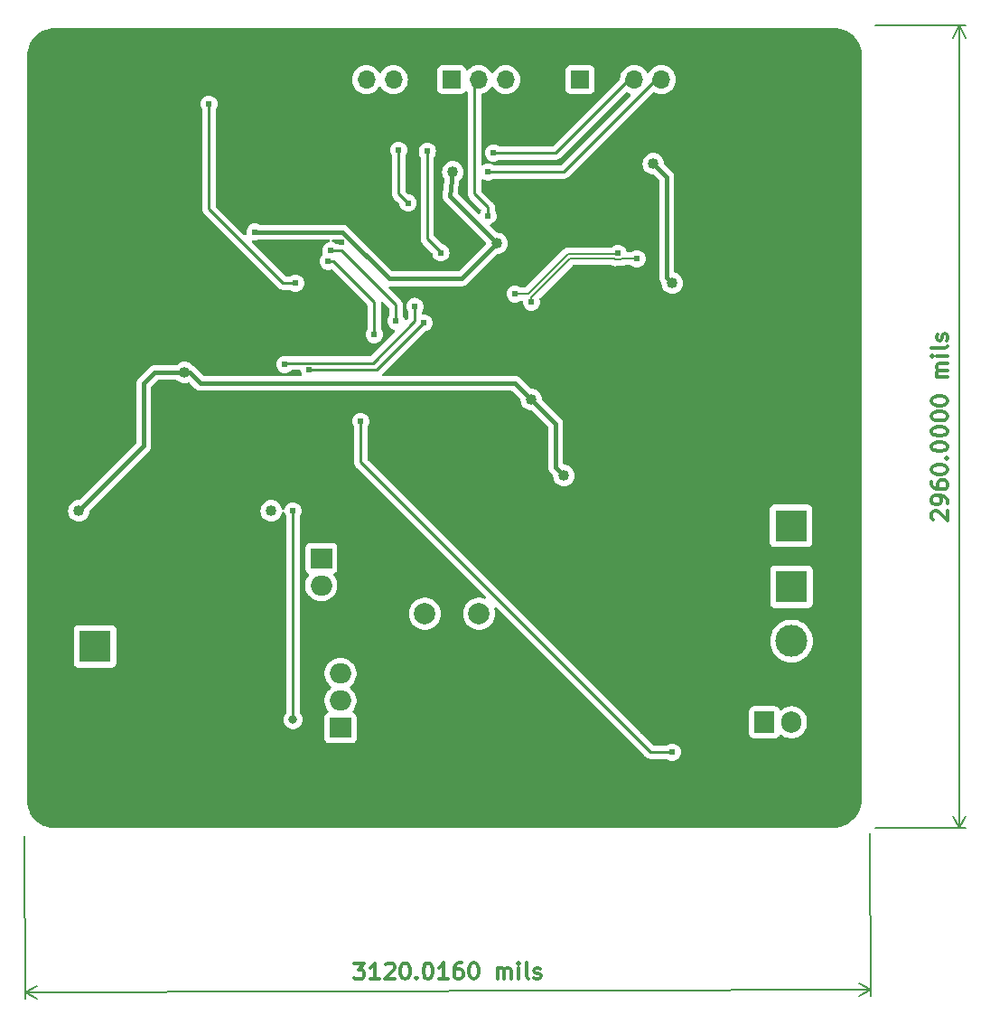
<source format=gbr>
%TF.GenerationSoftware,KiCad,Pcbnew,7.0.5*%
%TF.CreationDate,2024-05-08T14:59:28+07:00*%
%TF.ProjectId,Project232,50726f6a-6563-4743-9233-322e6b696361,rev?*%
%TF.SameCoordinates,Original*%
%TF.FileFunction,Copper,L2,Bot*%
%TF.FilePolarity,Positive*%
%FSLAX46Y46*%
G04 Gerber Fmt 4.6, Leading zero omitted, Abs format (unit mm)*
G04 Created by KiCad (PCBNEW 7.0.5) date 2024-05-08 14:59:28*
%MOMM*%
%LPD*%
G01*
G04 APERTURE LIST*
%ADD10C,0.300000*%
%TA.AperFunction,NonConductor*%
%ADD11C,0.300000*%
%TD*%
%TA.AperFunction,NonConductor*%
%ADD12C,0.200000*%
%TD*%
%TA.AperFunction,ComponentPad*%
%ADD13R,1.700000X1.700000*%
%TD*%
%TA.AperFunction,ComponentPad*%
%ADD14O,1.700000X1.700000*%
%TD*%
%TA.AperFunction,ComponentPad*%
%ADD15R,3.000000X3.000000*%
%TD*%
%TA.AperFunction,ComponentPad*%
%ADD16C,3.000000*%
%TD*%
%TA.AperFunction,ComponentPad*%
%ADD17R,2.000000X1.905000*%
%TD*%
%TA.AperFunction,ComponentPad*%
%ADD18O,2.000000X1.905000*%
%TD*%
%TA.AperFunction,ComponentPad*%
%ADD19C,2.000000*%
%TD*%
%TA.AperFunction,ComponentPad*%
%ADD20R,1.905000X2.000000*%
%TD*%
%TA.AperFunction,ComponentPad*%
%ADD21O,1.905000X2.000000*%
%TD*%
%TA.AperFunction,ViaPad*%
%ADD22C,0.609600*%
%TD*%
%TA.AperFunction,ViaPad*%
%ADD23C,1.016000*%
%TD*%
%TA.AperFunction,ViaPad*%
%ADD24C,0.800000*%
%TD*%
%TA.AperFunction,Conductor*%
%ADD25C,0.254000*%
%TD*%
%TA.AperFunction,Conductor*%
%ADD26C,0.381000*%
%TD*%
%TA.AperFunction,Conductor*%
%ADD27C,0.200000*%
%TD*%
%TA.AperFunction,Conductor*%
%ADD28C,0.250000*%
%TD*%
G04 APERTURE END LIST*
D10*
D11*
X179385185Y-110568283D02*
X179313757Y-110496855D01*
X179313757Y-110496855D02*
X179242328Y-110353998D01*
X179242328Y-110353998D02*
X179242328Y-109996855D01*
X179242328Y-109996855D02*
X179313757Y-109853998D01*
X179313757Y-109853998D02*
X179385185Y-109782569D01*
X179385185Y-109782569D02*
X179528042Y-109711140D01*
X179528042Y-109711140D02*
X179670900Y-109711140D01*
X179670900Y-109711140D02*
X179885185Y-109782569D01*
X179885185Y-109782569D02*
X180742328Y-110639712D01*
X180742328Y-110639712D02*
X180742328Y-109711140D01*
X180742328Y-108996855D02*
X180742328Y-108711141D01*
X180742328Y-108711141D02*
X180670900Y-108568284D01*
X180670900Y-108568284D02*
X180599471Y-108496855D01*
X180599471Y-108496855D02*
X180385185Y-108353998D01*
X180385185Y-108353998D02*
X180099471Y-108282569D01*
X180099471Y-108282569D02*
X179528042Y-108282569D01*
X179528042Y-108282569D02*
X179385185Y-108353998D01*
X179385185Y-108353998D02*
X179313757Y-108425427D01*
X179313757Y-108425427D02*
X179242328Y-108568284D01*
X179242328Y-108568284D02*
X179242328Y-108853998D01*
X179242328Y-108853998D02*
X179313757Y-108996855D01*
X179313757Y-108996855D02*
X179385185Y-109068284D01*
X179385185Y-109068284D02*
X179528042Y-109139712D01*
X179528042Y-109139712D02*
X179885185Y-109139712D01*
X179885185Y-109139712D02*
X180028042Y-109068284D01*
X180028042Y-109068284D02*
X180099471Y-108996855D01*
X180099471Y-108996855D02*
X180170900Y-108853998D01*
X180170900Y-108853998D02*
X180170900Y-108568284D01*
X180170900Y-108568284D02*
X180099471Y-108425427D01*
X180099471Y-108425427D02*
X180028042Y-108353998D01*
X180028042Y-108353998D02*
X179885185Y-108282569D01*
X179242328Y-106996856D02*
X179242328Y-107282570D01*
X179242328Y-107282570D02*
X179313757Y-107425427D01*
X179313757Y-107425427D02*
X179385185Y-107496856D01*
X179385185Y-107496856D02*
X179599471Y-107639713D01*
X179599471Y-107639713D02*
X179885185Y-107711141D01*
X179885185Y-107711141D02*
X180456614Y-107711141D01*
X180456614Y-107711141D02*
X180599471Y-107639713D01*
X180599471Y-107639713D02*
X180670900Y-107568284D01*
X180670900Y-107568284D02*
X180742328Y-107425427D01*
X180742328Y-107425427D02*
X180742328Y-107139713D01*
X180742328Y-107139713D02*
X180670900Y-106996856D01*
X180670900Y-106996856D02*
X180599471Y-106925427D01*
X180599471Y-106925427D02*
X180456614Y-106853998D01*
X180456614Y-106853998D02*
X180099471Y-106853998D01*
X180099471Y-106853998D02*
X179956614Y-106925427D01*
X179956614Y-106925427D02*
X179885185Y-106996856D01*
X179885185Y-106996856D02*
X179813757Y-107139713D01*
X179813757Y-107139713D02*
X179813757Y-107425427D01*
X179813757Y-107425427D02*
X179885185Y-107568284D01*
X179885185Y-107568284D02*
X179956614Y-107639713D01*
X179956614Y-107639713D02*
X180099471Y-107711141D01*
X179242328Y-105925427D02*
X179242328Y-105782570D01*
X179242328Y-105782570D02*
X179313757Y-105639713D01*
X179313757Y-105639713D02*
X179385185Y-105568285D01*
X179385185Y-105568285D02*
X179528042Y-105496856D01*
X179528042Y-105496856D02*
X179813757Y-105425427D01*
X179813757Y-105425427D02*
X180170900Y-105425427D01*
X180170900Y-105425427D02*
X180456614Y-105496856D01*
X180456614Y-105496856D02*
X180599471Y-105568285D01*
X180599471Y-105568285D02*
X180670900Y-105639713D01*
X180670900Y-105639713D02*
X180742328Y-105782570D01*
X180742328Y-105782570D02*
X180742328Y-105925427D01*
X180742328Y-105925427D02*
X180670900Y-106068285D01*
X180670900Y-106068285D02*
X180599471Y-106139713D01*
X180599471Y-106139713D02*
X180456614Y-106211142D01*
X180456614Y-106211142D02*
X180170900Y-106282570D01*
X180170900Y-106282570D02*
X179813757Y-106282570D01*
X179813757Y-106282570D02*
X179528042Y-106211142D01*
X179528042Y-106211142D02*
X179385185Y-106139713D01*
X179385185Y-106139713D02*
X179313757Y-106068285D01*
X179313757Y-106068285D02*
X179242328Y-105925427D01*
X180599471Y-104782571D02*
X180670900Y-104711142D01*
X180670900Y-104711142D02*
X180742328Y-104782571D01*
X180742328Y-104782571D02*
X180670900Y-104853999D01*
X180670900Y-104853999D02*
X180599471Y-104782571D01*
X180599471Y-104782571D02*
X180742328Y-104782571D01*
X179242328Y-103782570D02*
X179242328Y-103639713D01*
X179242328Y-103639713D02*
X179313757Y-103496856D01*
X179313757Y-103496856D02*
X179385185Y-103425428D01*
X179385185Y-103425428D02*
X179528042Y-103353999D01*
X179528042Y-103353999D02*
X179813757Y-103282570D01*
X179813757Y-103282570D02*
X180170900Y-103282570D01*
X180170900Y-103282570D02*
X180456614Y-103353999D01*
X180456614Y-103353999D02*
X180599471Y-103425428D01*
X180599471Y-103425428D02*
X180670900Y-103496856D01*
X180670900Y-103496856D02*
X180742328Y-103639713D01*
X180742328Y-103639713D02*
X180742328Y-103782570D01*
X180742328Y-103782570D02*
X180670900Y-103925428D01*
X180670900Y-103925428D02*
X180599471Y-103996856D01*
X180599471Y-103996856D02*
X180456614Y-104068285D01*
X180456614Y-104068285D02*
X180170900Y-104139713D01*
X180170900Y-104139713D02*
X179813757Y-104139713D01*
X179813757Y-104139713D02*
X179528042Y-104068285D01*
X179528042Y-104068285D02*
X179385185Y-103996856D01*
X179385185Y-103996856D02*
X179313757Y-103925428D01*
X179313757Y-103925428D02*
X179242328Y-103782570D01*
X179242328Y-102353999D02*
X179242328Y-102211142D01*
X179242328Y-102211142D02*
X179313757Y-102068285D01*
X179313757Y-102068285D02*
X179385185Y-101996857D01*
X179385185Y-101996857D02*
X179528042Y-101925428D01*
X179528042Y-101925428D02*
X179813757Y-101853999D01*
X179813757Y-101853999D02*
X180170900Y-101853999D01*
X180170900Y-101853999D02*
X180456614Y-101925428D01*
X180456614Y-101925428D02*
X180599471Y-101996857D01*
X180599471Y-101996857D02*
X180670900Y-102068285D01*
X180670900Y-102068285D02*
X180742328Y-102211142D01*
X180742328Y-102211142D02*
X180742328Y-102353999D01*
X180742328Y-102353999D02*
X180670900Y-102496857D01*
X180670900Y-102496857D02*
X180599471Y-102568285D01*
X180599471Y-102568285D02*
X180456614Y-102639714D01*
X180456614Y-102639714D02*
X180170900Y-102711142D01*
X180170900Y-102711142D02*
X179813757Y-102711142D01*
X179813757Y-102711142D02*
X179528042Y-102639714D01*
X179528042Y-102639714D02*
X179385185Y-102568285D01*
X179385185Y-102568285D02*
X179313757Y-102496857D01*
X179313757Y-102496857D02*
X179242328Y-102353999D01*
X179242328Y-100925428D02*
X179242328Y-100782571D01*
X179242328Y-100782571D02*
X179313757Y-100639714D01*
X179313757Y-100639714D02*
X179385185Y-100568286D01*
X179385185Y-100568286D02*
X179528042Y-100496857D01*
X179528042Y-100496857D02*
X179813757Y-100425428D01*
X179813757Y-100425428D02*
X180170900Y-100425428D01*
X180170900Y-100425428D02*
X180456614Y-100496857D01*
X180456614Y-100496857D02*
X180599471Y-100568286D01*
X180599471Y-100568286D02*
X180670900Y-100639714D01*
X180670900Y-100639714D02*
X180742328Y-100782571D01*
X180742328Y-100782571D02*
X180742328Y-100925428D01*
X180742328Y-100925428D02*
X180670900Y-101068286D01*
X180670900Y-101068286D02*
X180599471Y-101139714D01*
X180599471Y-101139714D02*
X180456614Y-101211143D01*
X180456614Y-101211143D02*
X180170900Y-101282571D01*
X180170900Y-101282571D02*
X179813757Y-101282571D01*
X179813757Y-101282571D02*
X179528042Y-101211143D01*
X179528042Y-101211143D02*
X179385185Y-101139714D01*
X179385185Y-101139714D02*
X179313757Y-101068286D01*
X179313757Y-101068286D02*
X179242328Y-100925428D01*
X179242328Y-99496857D02*
X179242328Y-99354000D01*
X179242328Y-99354000D02*
X179313757Y-99211143D01*
X179313757Y-99211143D02*
X179385185Y-99139715D01*
X179385185Y-99139715D02*
X179528042Y-99068286D01*
X179528042Y-99068286D02*
X179813757Y-98996857D01*
X179813757Y-98996857D02*
X180170900Y-98996857D01*
X180170900Y-98996857D02*
X180456614Y-99068286D01*
X180456614Y-99068286D02*
X180599471Y-99139715D01*
X180599471Y-99139715D02*
X180670900Y-99211143D01*
X180670900Y-99211143D02*
X180742328Y-99354000D01*
X180742328Y-99354000D02*
X180742328Y-99496857D01*
X180742328Y-99496857D02*
X180670900Y-99639715D01*
X180670900Y-99639715D02*
X180599471Y-99711143D01*
X180599471Y-99711143D02*
X180456614Y-99782572D01*
X180456614Y-99782572D02*
X180170900Y-99854000D01*
X180170900Y-99854000D02*
X179813757Y-99854000D01*
X179813757Y-99854000D02*
X179528042Y-99782572D01*
X179528042Y-99782572D02*
X179385185Y-99711143D01*
X179385185Y-99711143D02*
X179313757Y-99639715D01*
X179313757Y-99639715D02*
X179242328Y-99496857D01*
X180742328Y-97211144D02*
X179742328Y-97211144D01*
X179885185Y-97211144D02*
X179813757Y-97139715D01*
X179813757Y-97139715D02*
X179742328Y-96996858D01*
X179742328Y-96996858D02*
X179742328Y-96782572D01*
X179742328Y-96782572D02*
X179813757Y-96639715D01*
X179813757Y-96639715D02*
X179956614Y-96568287D01*
X179956614Y-96568287D02*
X180742328Y-96568287D01*
X179956614Y-96568287D02*
X179813757Y-96496858D01*
X179813757Y-96496858D02*
X179742328Y-96354001D01*
X179742328Y-96354001D02*
X179742328Y-96139715D01*
X179742328Y-96139715D02*
X179813757Y-95996858D01*
X179813757Y-95996858D02*
X179956614Y-95925429D01*
X179956614Y-95925429D02*
X180742328Y-95925429D01*
X180742328Y-95211144D02*
X179742328Y-95211144D01*
X179242328Y-95211144D02*
X179313757Y-95282572D01*
X179313757Y-95282572D02*
X179385185Y-95211144D01*
X179385185Y-95211144D02*
X179313757Y-95139715D01*
X179313757Y-95139715D02*
X179242328Y-95211144D01*
X179242328Y-95211144D02*
X179385185Y-95211144D01*
X180742328Y-94282572D02*
X180670900Y-94425429D01*
X180670900Y-94425429D02*
X180528042Y-94496858D01*
X180528042Y-94496858D02*
X179242328Y-94496858D01*
X180670900Y-93782572D02*
X180742328Y-93639715D01*
X180742328Y-93639715D02*
X180742328Y-93354001D01*
X180742328Y-93354001D02*
X180670900Y-93211144D01*
X180670900Y-93211144D02*
X180528042Y-93139715D01*
X180528042Y-93139715D02*
X180456614Y-93139715D01*
X180456614Y-93139715D02*
X180313757Y-93211144D01*
X180313757Y-93211144D02*
X180242328Y-93354001D01*
X180242328Y-93354001D02*
X180242328Y-93568287D01*
X180242328Y-93568287D02*
X180170900Y-93711144D01*
X180170900Y-93711144D02*
X180028042Y-93782572D01*
X180028042Y-93782572D02*
X179956614Y-93782572D01*
X179956614Y-93782572D02*
X179813757Y-93711144D01*
X179813757Y-93711144D02*
X179742328Y-93568287D01*
X179742328Y-93568287D02*
X179742328Y-93354001D01*
X179742328Y-93354001D02*
X179813757Y-93211144D01*
D12*
X173982000Y-64262000D02*
X182450420Y-64262000D01*
X173982000Y-139446000D02*
X182450420Y-139446000D01*
X181864000Y-64262000D02*
X181864000Y-139446000D01*
X181864000Y-64262000D02*
X181864000Y-139446000D01*
X181864000Y-64262000D02*
X182450421Y-65388504D01*
X181864000Y-64262000D02*
X181277579Y-65388504D01*
X181864000Y-139446000D02*
X181277579Y-138319496D01*
X181864000Y-139446000D02*
X182450421Y-138319496D01*
D10*
D11*
X125112423Y-152109335D02*
X126040989Y-152106359D01*
X126040989Y-152106359D02*
X125542824Y-152679387D01*
X125542824Y-152679387D02*
X125757108Y-152678701D01*
X125757108Y-152678701D02*
X125900193Y-152749671D01*
X125900193Y-152749671D02*
X125971851Y-152820870D01*
X125971851Y-152820870D02*
X126043737Y-152963498D01*
X126043737Y-152963498D02*
X126044881Y-153320639D01*
X126044881Y-153320639D02*
X125973911Y-153463724D01*
X125973911Y-153463724D02*
X125902712Y-153535381D01*
X125902712Y-153535381D02*
X125760084Y-153607267D01*
X125760084Y-153607267D02*
X125331515Y-153608641D01*
X125331515Y-153608641D02*
X125188430Y-153537671D01*
X125188430Y-153537671D02*
X125116773Y-153466471D01*
X127474361Y-153601773D02*
X126617222Y-153604520D01*
X127045792Y-153603146D02*
X127040984Y-152103154D01*
X127040984Y-152103154D02*
X126898814Y-152317897D01*
X126898814Y-152317897D02*
X126756416Y-152461211D01*
X126756416Y-152461211D02*
X126613788Y-152533097D01*
X128041436Y-152242805D02*
X128112635Y-152171148D01*
X128112635Y-152171148D02*
X128255263Y-152099262D01*
X128255263Y-152099262D02*
X128612404Y-152098118D01*
X128612404Y-152098118D02*
X128755489Y-152169088D01*
X128755489Y-152169088D02*
X128827146Y-152240287D01*
X128827146Y-152240287D02*
X128899033Y-152382915D01*
X128899033Y-152382915D02*
X128899490Y-152525771D01*
X128899490Y-152525771D02*
X128828749Y-152740285D01*
X128828749Y-152740285D02*
X127974358Y-153600170D01*
X127974358Y-153600170D02*
X128902924Y-153597194D01*
X129826683Y-152094226D02*
X129969539Y-152093768D01*
X129969539Y-152093768D02*
X130112625Y-152164738D01*
X130112625Y-152164738D02*
X130184282Y-152235937D01*
X130184282Y-152235937D02*
X130256168Y-152378565D01*
X130256168Y-152378565D02*
X130328512Y-152664049D01*
X130328512Y-152664049D02*
X130329657Y-153021190D01*
X130329657Y-153021190D02*
X130259144Y-153307132D01*
X130259144Y-153307132D02*
X130188174Y-153450217D01*
X130188174Y-153450217D02*
X130116975Y-153521874D01*
X130116975Y-153521874D02*
X129974347Y-153593760D01*
X129974347Y-153593760D02*
X129831491Y-153594218D01*
X129831491Y-153594218D02*
X129688405Y-153523248D01*
X129688405Y-153523248D02*
X129616748Y-153452048D01*
X129616748Y-153452048D02*
X129544862Y-153309421D01*
X129544862Y-153309421D02*
X129472518Y-153023937D01*
X129472518Y-153023937D02*
X129471373Y-152666796D01*
X129471373Y-152666796D02*
X129541886Y-152380854D01*
X129541886Y-152380854D02*
X129612856Y-152237769D01*
X129612856Y-152237769D02*
X129684056Y-152166112D01*
X129684056Y-152166112D02*
X129826683Y-152094226D01*
X130973884Y-153447699D02*
X131045541Y-153518898D01*
X131045541Y-153518898D02*
X130974342Y-153590555D01*
X130974342Y-153590555D02*
X130902684Y-153519356D01*
X130902684Y-153519356D02*
X130973884Y-153447699D01*
X130973884Y-153447699D02*
X130974342Y-153590555D01*
X131969529Y-152087358D02*
X132112385Y-152086900D01*
X132112385Y-152086900D02*
X132255471Y-152157870D01*
X132255471Y-152157870D02*
X132327128Y-152229069D01*
X132327128Y-152229069D02*
X132399014Y-152371697D01*
X132399014Y-152371697D02*
X132471358Y-152657181D01*
X132471358Y-152657181D02*
X132472503Y-153014322D01*
X132472503Y-153014322D02*
X132401990Y-153300263D01*
X132401990Y-153300263D02*
X132331020Y-153443349D01*
X132331020Y-153443349D02*
X132259821Y-153515006D01*
X132259821Y-153515006D02*
X132117193Y-153586892D01*
X132117193Y-153586892D02*
X131974337Y-153587350D01*
X131974337Y-153587350D02*
X131831251Y-153516380D01*
X131831251Y-153516380D02*
X131759594Y-153445180D01*
X131759594Y-153445180D02*
X131687708Y-153302553D01*
X131687708Y-153302553D02*
X131615364Y-153017069D01*
X131615364Y-153017069D02*
X131614219Y-152659928D01*
X131614219Y-152659928D02*
X131684732Y-152373986D01*
X131684732Y-152373986D02*
X131755702Y-152230901D01*
X131755702Y-152230901D02*
X131826902Y-152159244D01*
X131826902Y-152159244D02*
X131969529Y-152087358D01*
X133902898Y-153581169D02*
X133045759Y-153583916D01*
X133474329Y-153582542D02*
X133469521Y-152082550D01*
X133469521Y-152082550D02*
X133327351Y-152297292D01*
X133327351Y-152297292D02*
X133184953Y-152440607D01*
X133184953Y-152440607D02*
X133042325Y-152512493D01*
X135183797Y-152077055D02*
X134898085Y-152077971D01*
X134898085Y-152077971D02*
X134755457Y-152149857D01*
X134755457Y-152149857D02*
X134684258Y-152221514D01*
X134684258Y-152221514D02*
X134542088Y-152436257D01*
X134542088Y-152436257D02*
X134471576Y-152722199D01*
X134471576Y-152722199D02*
X134473407Y-153293624D01*
X134473407Y-153293624D02*
X134545293Y-153436252D01*
X134545293Y-153436252D02*
X134616950Y-153507451D01*
X134616950Y-153507451D02*
X134760036Y-153578421D01*
X134760036Y-153578421D02*
X135045749Y-153577506D01*
X135045749Y-153577506D02*
X135188376Y-153505620D01*
X135188376Y-153505620D02*
X135259575Y-153433962D01*
X135259575Y-153433962D02*
X135330546Y-153290877D01*
X135330546Y-153290877D02*
X135329401Y-152933736D01*
X135329401Y-152933736D02*
X135257515Y-152791109D01*
X135257515Y-152791109D02*
X135185858Y-152719909D01*
X135185858Y-152719909D02*
X135042772Y-152648939D01*
X135042772Y-152648939D02*
X134757060Y-152649855D01*
X134757060Y-152649855D02*
X134614432Y-152721741D01*
X134614432Y-152721741D02*
X134543233Y-152793398D01*
X134543233Y-152793398D02*
X134472263Y-152936483D01*
X136255220Y-152073621D02*
X136398076Y-152073164D01*
X136398076Y-152073164D02*
X136541162Y-152144134D01*
X136541162Y-152144134D02*
X136612819Y-152215333D01*
X136612819Y-152215333D02*
X136684705Y-152357961D01*
X136684705Y-152357961D02*
X136757049Y-152643444D01*
X136757049Y-152643444D02*
X136758194Y-153000585D01*
X136758194Y-153000585D02*
X136687681Y-153286527D01*
X136687681Y-153286527D02*
X136616711Y-153429613D01*
X136616711Y-153429613D02*
X136545512Y-153501270D01*
X136545512Y-153501270D02*
X136402884Y-153573156D01*
X136402884Y-153573156D02*
X136260028Y-153573614D01*
X136260028Y-153573614D02*
X136116942Y-153502643D01*
X136116942Y-153502643D02*
X136045285Y-153431444D01*
X136045285Y-153431444D02*
X135973399Y-153288817D01*
X135973399Y-153288817D02*
X135901055Y-153003333D01*
X135901055Y-153003333D02*
X135899910Y-152646192D01*
X135899910Y-152646192D02*
X135970423Y-152360250D01*
X135970423Y-152360250D02*
X136041393Y-152217165D01*
X136041393Y-152217165D02*
X136112593Y-152145507D01*
X136112593Y-152145507D02*
X136255220Y-152073621D01*
X138545730Y-153566288D02*
X138542525Y-152566293D01*
X138542982Y-152709149D02*
X138614182Y-152637492D01*
X138614182Y-152637492D02*
X138756809Y-152565606D01*
X138756809Y-152565606D02*
X138971094Y-152564919D01*
X138971094Y-152564919D02*
X139114179Y-152635890D01*
X139114179Y-152635890D02*
X139186065Y-152778517D01*
X139186065Y-152778517D02*
X139188583Y-153564227D01*
X139186065Y-152778517D02*
X139257035Y-152635432D01*
X139257035Y-152635432D02*
X139399663Y-152563546D01*
X139399663Y-152563546D02*
X139613948Y-152562859D01*
X139613948Y-152562859D02*
X139757033Y-152633829D01*
X139757033Y-152633829D02*
X139828919Y-152776457D01*
X139828919Y-152776457D02*
X139831437Y-153562167D01*
X140545719Y-153559877D02*
X140542514Y-152559883D01*
X140540912Y-152059885D02*
X140469712Y-152131542D01*
X140469712Y-152131542D02*
X140541370Y-152202742D01*
X140541370Y-152202742D02*
X140612569Y-152131084D01*
X140612569Y-152131084D02*
X140540912Y-152059885D01*
X140540912Y-152059885D02*
X140541370Y-152202742D01*
X141474286Y-153556901D02*
X141331201Y-153485931D01*
X141331201Y-153485931D02*
X141259315Y-153343304D01*
X141259315Y-153343304D02*
X141255194Y-152057596D01*
X141974055Y-153483871D02*
X142117140Y-153554841D01*
X142117140Y-153554841D02*
X142402853Y-153553925D01*
X142402853Y-153553925D02*
X142545480Y-153482039D01*
X142545480Y-153482039D02*
X142616450Y-153338954D01*
X142616450Y-153338954D02*
X142616222Y-153267526D01*
X142616222Y-153267526D02*
X142544335Y-153124898D01*
X142544335Y-153124898D02*
X142401250Y-153053928D01*
X142401250Y-153053928D02*
X142186966Y-153054615D01*
X142186966Y-153054615D02*
X142043880Y-152983644D01*
X142043880Y-152983644D02*
X141971994Y-152841017D01*
X141971994Y-152841017D02*
X141971765Y-152769589D01*
X141971765Y-152769589D02*
X142042735Y-152626503D01*
X142042735Y-152626503D02*
X142185363Y-152554617D01*
X142185363Y-152554617D02*
X142399648Y-152553930D01*
X142399648Y-152553930D02*
X142542733Y-152624901D01*
D12*
X94235603Y-140199997D02*
X94284373Y-155416252D01*
X173483603Y-139945997D02*
X173532373Y-155162252D01*
X94282493Y-154829835D02*
X173530493Y-154575835D01*
X94282493Y-154829835D02*
X173530493Y-154575835D01*
X94282493Y-154829835D02*
X95407111Y-154239807D01*
X94282493Y-154829835D02*
X95410871Y-155412642D01*
X173530493Y-154575835D02*
X172405875Y-155165863D01*
X173530493Y-154575835D02*
X172402115Y-153993028D01*
D13*
%TO.P,J4,1,Pin_1*%
%TO.N,+5V*%
X146304000Y-69342000D03*
D14*
%TO.P,J4,2,Pin_2*%
%TO.N,GND*%
X148844000Y-69342000D03*
%TO.P,J4,3,Pin_3*%
%TO.N,/MCU/LCD_SDA*%
X151384000Y-69342000D03*
%TO.P,J4,4,Pin_4*%
%TO.N,/MCU/LCD_SCL*%
X153924000Y-69342000D03*
%TD*%
D15*
%TO.P,TER3,1,1*%
%TO.N,+BATT*%
X166116000Y-116840000D03*
D16*
%TO.P,TER3,2,2*%
%TO.N,/Sens/-LOAD*%
X166116000Y-121920000D03*
%TD*%
D15*
%TO.P,TER1,1,1*%
%TO.N,/Sens/PANEL_IN*%
X100838000Y-122428000D03*
D16*
%TO.P,TER1,2,2*%
%TO.N,GND*%
X100838000Y-127508000D03*
%TD*%
D17*
%TO.P,Q2,1,G*%
%TO.N,Net-(Q2-G)*%
X122041800Y-114173000D03*
D18*
%TO.P,Q2,2,D*%
%TO.N,/Sens/Q1_Q2_COM*%
X122041800Y-116713000D03*
%TO.P,Q2,3,S*%
%TO.N,GND*%
X122041800Y-119253000D03*
%TD*%
D19*
%TO.P,L1,1,1*%
%TO.N,/Sens/Q1_Q2_COM*%
X131749800Y-119380000D03*
%TO.P,L1,2,2*%
%TO.N,/Sens/VOUT*%
X136829800Y-119380000D03*
%TD*%
D20*
%TO.P,Q3,1,G*%
%TO.N,Net-(Q3-G)*%
X163576000Y-129540000D03*
D21*
%TO.P,Q3,2,D*%
%TO.N,/Sens/-LOAD*%
X166116000Y-129540000D03*
%TO.P,Q3,3,S*%
%TO.N,GND*%
X168656000Y-129540000D03*
%TD*%
D15*
%TO.P,TER2,1,1*%
%TO.N,+BATT*%
X166070400Y-111125000D03*
D16*
%TO.P,TER2,2,2*%
%TO.N,GND*%
X166070400Y-106045000D03*
%TD*%
D13*
%TO.P,J3,1,Pin_1*%
%TO.N,GND*%
X123723400Y-69342000D03*
D14*
%TO.P,J3,2,Pin_2*%
%TO.N,Net-(J3-Pin_2)*%
X126263400Y-69342000D03*
%TO.P,J3,3,Pin_3*%
%TO.N,VCC*%
X128803400Y-69342000D03*
%TD*%
D17*
%TO.P,Q1,1,G*%
%TO.N,Net-(Q1-G)*%
X123845202Y-130048002D03*
D18*
%TO.P,Q1,2,D*%
%TO.N,/Sens/VIN*%
X123845202Y-127508002D03*
%TO.P,Q1,3,S*%
%TO.N,/Sens/Q1_Q2_COM*%
X123845202Y-124968002D03*
%TD*%
D13*
%TO.P,J2,1,Pin_1*%
%TO.N,VCC*%
X134249000Y-69342000D03*
D14*
%TO.P,J2,2,Pin_2*%
%TO.N,/MCU/SWDIO*%
X136789000Y-69342000D03*
%TO.P,J2,3,Pin_3*%
%TO.N,/MCU/SWCLK*%
X139329000Y-69342000D03*
%TO.P,J2,4,Pin_4*%
%TO.N,GND*%
X141869000Y-69342000D03*
%TD*%
D22*
%TO.N,GND*%
X131699000Y-85598000D03*
X163576000Y-120777000D03*
X162941000Y-127000000D03*
%TO.N,VCC*%
X131978400Y-76047600D03*
X133248400Y-85547200D03*
%TO.N,GND*%
X118110000Y-77978000D03*
X122428000Y-100584000D03*
X125984000Y-91948000D03*
X135382000Y-75692000D03*
X123190000Y-91186000D03*
X157988000Y-91694000D03*
X137668000Y-72390000D03*
X128016000Y-73660000D03*
X113284000Y-70612000D03*
X145288000Y-101854000D03*
X159004000Y-87122000D03*
X148082000Y-70612000D03*
X123952000Y-84582000D03*
X128524000Y-96774000D03*
X138938000Y-82804000D03*
X170180000Y-130302000D03*
X160782000Y-132080000D03*
X127000000Y-83752121D03*
X130556000Y-94996000D03*
X136144000Y-100076000D03*
X132334000Y-71628000D03*
X125453779Y-83058000D03*
X139954000Y-133604000D03*
X143764000Y-69342000D03*
X165354000Y-102870000D03*
X115062000Y-100584000D03*
X121158000Y-90678000D03*
X130810000Y-79756000D03*
X135382000Y-73914000D03*
X137668000Y-71120000D03*
X149860000Y-125476000D03*
X146050000Y-104140000D03*
X130810000Y-74930000D03*
X132842000Y-96012000D03*
X137414000Y-96266000D03*
D23*
%TO.N,+5V*%
X144780000Y-106426000D03*
X154940000Y-88392000D03*
X153162000Y-77216000D03*
X109220000Y-96774000D03*
X99314000Y-109728000D03*
X141732000Y-99314000D03*
D22*
%TO.N,/MCU/USB-*%
X141732000Y-90170000D03*
X151638000Y-86106000D03*
%TO.N,/MCU/USB+*%
X149860000Y-85598000D03*
X140208000Y-89408000D03*
%TO.N,/MCU/SWDIO*%
X137668000Y-82092800D03*
%TO.N,/MCU/LCD_SDA*%
X138176000Y-76200000D03*
%TO.N,/MCU/LCD_SCL*%
X137668000Y-77978000D03*
%TO.N,/MCU/BOOT0*%
X130175000Y-80899000D03*
X129286000Y-75946000D03*
%TO.N,Net-(U6-HO)*%
X119380000Y-109728000D03*
D24*
X119380000Y-129286000D03*
D22*
%TO.N,/MCU/LOAD_CTR*%
X154940000Y-132334000D03*
X125730000Y-101346000D03*
%TO.N,/MCU/PWM_PIN*%
X131660900Y-92113100D03*
X120904000Y-96520000D03*
%TO.N,/MCU/BUCK_EN*%
X130810000Y-90576400D03*
X118618000Y-96012000D03*
%TO.N,/MCU/CURR_OUT*%
X122936000Y-85344000D03*
X129032000Y-91948000D03*
%TO.N,/MCU/VADC_OUT*%
X122682000Y-86360000D03*
X127000000Y-93218000D03*
%TO.N,/MCU/LOAD_CHECK*%
X119634000Y-88392000D03*
X111506000Y-71628000D03*
D23*
%TO.N,Net-(U2-OUT)*%
X134366000Y-77978000D03*
X138527801Y-84679801D03*
D22*
X115824000Y-83616800D03*
D23*
%TO.N,/Sens/Q1_Q2_COM*%
X117348000Y-109728000D03*
%TD*%
D25*
%TO.N,VCC*%
X133248400Y-85496400D02*
X133248400Y-85547200D01*
X131978400Y-76047600D02*
X131978400Y-84226400D01*
X131978400Y-84226400D02*
X133248400Y-85496400D01*
X133248400Y-85547200D02*
X133299200Y-85547200D01*
X133299200Y-85547200D02*
X133248400Y-85496400D01*
%TO.N,GND*%
X130810000Y-73152000D02*
X132334000Y-71628000D01*
X130810000Y-74930000D02*
X130810000Y-79756000D01*
X123190000Y-91186000D02*
X121666000Y-91186000D01*
X123190000Y-91186000D02*
X123952000Y-91948000D01*
X130810000Y-74930000D02*
X130810000Y-73152000D01*
X146050000Y-102616000D02*
X145288000Y-101854000D01*
X121666000Y-91186000D02*
X121158000Y-90678000D01*
X123952000Y-91948000D02*
X125984000Y-91948000D01*
X146050000Y-104140000D02*
X146050000Y-102616000D01*
D26*
%TO.N,+5V*%
X110744000Y-97790000D02*
X140208000Y-97790000D01*
X109220000Y-96774000D02*
X108966000Y-96774000D01*
X154940000Y-88392000D02*
X154940000Y-88138000D01*
X153162000Y-77216000D02*
X154432000Y-78486000D01*
X109220000Y-96774000D02*
X109728000Y-96774000D01*
X105410000Y-103632000D02*
X105410000Y-97790000D01*
X109728000Y-96774000D02*
X110744000Y-97790000D01*
X144018000Y-105664000D02*
X144018000Y-101600000D01*
X106426000Y-96774000D02*
X109220000Y-96774000D01*
X144780000Y-106426000D02*
X144018000Y-105664000D01*
X154432000Y-87884000D02*
X154940000Y-88392000D01*
X144018000Y-101600000D02*
X141732000Y-99314000D01*
X99314000Y-109728000D02*
X105410000Y-103632000D01*
X140208000Y-97790000D02*
X141732000Y-99314000D01*
X105410000Y-97790000D02*
X106426000Y-96774000D01*
X154432000Y-78486000D02*
X154432000Y-87884000D01*
D27*
%TO.N,/MCU/USB-*%
X149609483Y-86202800D02*
X149512683Y-86106000D01*
X149512683Y-86106000D02*
X145352199Y-86106000D01*
X150207317Y-86106000D02*
X150110517Y-86202800D01*
X150110517Y-86202800D02*
X149609483Y-86202800D01*
X141732000Y-89726199D02*
X141732000Y-90170000D01*
X145352199Y-86106000D02*
X141732000Y-89726199D01*
X151638000Y-86106000D02*
X150207317Y-86106000D01*
%TO.N,/MCU/USB+*%
X141413801Y-89408000D02*
X140208000Y-89408000D01*
X149860000Y-85598000D02*
X149802001Y-85655999D01*
X145165802Y-85655999D02*
X141413801Y-89408000D01*
X149802001Y-85655999D02*
X145165802Y-85655999D01*
D25*
%TO.N,/MCU/SWDIO*%
X137668000Y-82092800D02*
X137668000Y-81280000D01*
X137668000Y-81280000D02*
X136398000Y-80010000D01*
X136398000Y-80010000D02*
X136398000Y-69733000D01*
X136398000Y-69733000D02*
X136789000Y-69342000D01*
%TO.N,/MCU/LCD_SDA*%
X144018000Y-76200000D02*
X151384000Y-68834000D01*
X138176000Y-76200000D02*
X144018000Y-76200000D01*
%TO.N,/MCU/LCD_SCL*%
X144780000Y-77978000D02*
X153924000Y-68834000D01*
X137668000Y-77978000D02*
X144780000Y-77978000D01*
%TO.N,/MCU/BOOT0*%
X130175000Y-80899000D02*
X129286000Y-80010000D01*
X129286000Y-80010000D02*
X129286000Y-75946000D01*
D28*
%TO.N,Net-(U6-HO)*%
X119380000Y-129286000D02*
X119380000Y-109728000D01*
D25*
%TO.N,/MCU/LOAD_CTR*%
X152908000Y-132334000D02*
X125730000Y-105156000D01*
X154940000Y-132334000D02*
X152908000Y-132334000D01*
X125730000Y-105156000D02*
X125730000Y-101346000D01*
%TO.N,/MCU/PWM_PIN*%
X127254000Y-96520000D02*
X120904000Y-96520000D01*
X131660900Y-92113100D02*
X127254000Y-96520000D01*
%TO.N,/MCU/BUCK_EN*%
X130810000Y-90576400D02*
X130810000Y-91948000D01*
X130810000Y-91948000D02*
X126869800Y-95888200D01*
X126869800Y-95888200D02*
X118741800Y-95888200D01*
X118741800Y-95888200D02*
X118618000Y-96012000D01*
%TO.N,/MCU/CURR_OUT*%
X129032000Y-90424000D02*
X123952000Y-85344000D01*
X123952000Y-85344000D02*
X122936000Y-85344000D01*
X129032000Y-91948000D02*
X129032000Y-90424000D01*
%TO.N,/MCU/VADC_OUT*%
X127000000Y-93218000D02*
X127000000Y-90170000D01*
X123190000Y-86360000D02*
X122682000Y-86360000D01*
X127000000Y-90170000D02*
X123190000Y-86360000D01*
%TO.N,/MCU/LOAD_CHECK*%
X118453131Y-88392000D02*
X111506000Y-81444869D01*
X119634000Y-88392000D02*
X118453131Y-88392000D01*
X111506000Y-81444869D02*
X111506000Y-71882000D01*
X111506000Y-71628000D02*
X111506000Y-71882000D01*
D26*
%TO.N,Net-(U2-OUT)*%
X124053600Y-83616800D02*
X128422400Y-87985600D01*
X135222002Y-87985600D02*
X138527801Y-84679801D01*
X138527801Y-84679801D02*
X134112000Y-80264000D01*
X115824000Y-83616800D02*
X124053600Y-83616800D01*
X134112000Y-80264000D02*
X134366000Y-77978000D01*
X128422400Y-87985600D02*
X135222002Y-87985600D01*
%TD*%
%TA.AperFunction,Conductor*%
%TO.N,GND*%
G36*
X123783055Y-84327485D02*
G01*
X123803697Y-84344119D01*
X123964397Y-84504819D01*
X123997882Y-84566142D01*
X123992898Y-84635834D01*
X123951026Y-84691767D01*
X123885562Y-84716184D01*
X123876716Y-84716500D01*
X123486695Y-84716500D01*
X123420723Y-84697494D01*
X123287620Y-84613859D01*
X123287619Y-84613858D01*
X123287618Y-84613858D01*
X123225491Y-84592119D01*
X123116329Y-84553921D01*
X123110941Y-84552692D01*
X123049962Y-84518584D01*
X123017103Y-84456923D01*
X123022796Y-84387286D01*
X123065235Y-84331781D01*
X123130945Y-84308032D01*
X123138531Y-84307800D01*
X123716016Y-84307800D01*
X123783055Y-84327485D01*
G37*
%TD.AperFunction*%
%TA.AperFunction,Conductor*%
G36*
X170181736Y-64516598D02*
G01*
X170216351Y-64518541D01*
X170295549Y-64522989D01*
X170467691Y-64533401D01*
X170474299Y-64534161D01*
X170610416Y-64557288D01*
X170759232Y-64584561D01*
X170765198Y-64585963D01*
X170901426Y-64625209D01*
X170902624Y-64625569D01*
X171042830Y-64669259D01*
X171048092Y-64671164D01*
X171180617Y-64726058D01*
X171182227Y-64726754D01*
X171314609Y-64786334D01*
X171319147Y-64788605D01*
X171445385Y-64858374D01*
X171447451Y-64859568D01*
X171491408Y-64886141D01*
X171570934Y-64934217D01*
X171574738Y-64936711D01*
X171692726Y-65020427D01*
X171695072Y-65022176D01*
X171790416Y-65096874D01*
X171808332Y-65110910D01*
X171811409Y-65113486D01*
X171919430Y-65210018D01*
X171921957Y-65212408D01*
X172023590Y-65314041D01*
X172025980Y-65316568D01*
X172122512Y-65424589D01*
X172125088Y-65427666D01*
X172213811Y-65540912D01*
X172215571Y-65543272D01*
X172299287Y-65661260D01*
X172301781Y-65665064D01*
X172376419Y-65788528D01*
X172377624Y-65790613D01*
X172447393Y-65916851D01*
X172449668Y-65921398D01*
X172509216Y-66053707D01*
X172509959Y-66055426D01*
X172564831Y-66187899D01*
X172566744Y-66193183D01*
X172610413Y-66333322D01*
X172610798Y-66334604D01*
X172650032Y-66470789D01*
X172651440Y-66476780D01*
X172678722Y-66625655D01*
X172701835Y-66761683D01*
X172702599Y-66768330D01*
X172713013Y-66940508D01*
X172719402Y-67054263D01*
X172719500Y-67057740D01*
X172719500Y-136650259D01*
X172719402Y-136653736D01*
X172713014Y-136767471D01*
X172700811Y-136969234D01*
X172700047Y-136975881D01*
X172675297Y-137121542D01*
X172644436Y-137289944D01*
X172643028Y-137295935D01*
X172600549Y-137443384D01*
X172600164Y-137444666D01*
X172551171Y-137601890D01*
X172549258Y-137607174D01*
X172489611Y-137751174D01*
X172488868Y-137752893D01*
X172422273Y-137900862D01*
X172419998Y-137905409D01*
X172343996Y-138042925D01*
X172342791Y-138045009D01*
X172259483Y-138182817D01*
X172256989Y-138186621D01*
X172165702Y-138315278D01*
X172163942Y-138317637D01*
X172064997Y-138443931D01*
X172062421Y-138447008D01*
X171957091Y-138564874D01*
X171954701Y-138567401D01*
X171841401Y-138680701D01*
X171838874Y-138683091D01*
X171721008Y-138788421D01*
X171717931Y-138790997D01*
X171591637Y-138889942D01*
X171589278Y-138891702D01*
X171460621Y-138982989D01*
X171456817Y-138985483D01*
X171319009Y-139068791D01*
X171316925Y-139069996D01*
X171179409Y-139145998D01*
X171174862Y-139148273D01*
X171026893Y-139214868D01*
X171025174Y-139215611D01*
X170881174Y-139275258D01*
X170875890Y-139277171D01*
X170718666Y-139326164D01*
X170717384Y-139326549D01*
X170569935Y-139369028D01*
X170563944Y-139370436D01*
X170395542Y-139401297D01*
X170249881Y-139426047D01*
X170243234Y-139426811D01*
X170041471Y-139439014D01*
X169927736Y-139445402D01*
X169924259Y-139445500D01*
X97029741Y-139445500D01*
X97026264Y-139445402D01*
X96912508Y-139439013D01*
X96740330Y-139428599D01*
X96733683Y-139427835D01*
X96597655Y-139404722D01*
X96448780Y-139377440D01*
X96442789Y-139376032D01*
X96306604Y-139336798D01*
X96305322Y-139336413D01*
X96165183Y-139292744D01*
X96159899Y-139290831D01*
X96027426Y-139235959D01*
X96025707Y-139235216D01*
X95893398Y-139175668D01*
X95888851Y-139173393D01*
X95762613Y-139103624D01*
X95760528Y-139102419D01*
X95637064Y-139027781D01*
X95633260Y-139025287D01*
X95515272Y-138941571D01*
X95512912Y-138939811D01*
X95399666Y-138851088D01*
X95396589Y-138848512D01*
X95288568Y-138751980D01*
X95286041Y-138749590D01*
X95184408Y-138647957D01*
X95182018Y-138645430D01*
X95085486Y-138537409D01*
X95082910Y-138534332D01*
X95012085Y-138443931D01*
X94994176Y-138421072D01*
X94992427Y-138418726D01*
X94908711Y-138300738D01*
X94906217Y-138296934D01*
X94858141Y-138217408D01*
X94831568Y-138173451D01*
X94830374Y-138171385D01*
X94760605Y-138045147D01*
X94758330Y-138040600D01*
X94717751Y-137950437D01*
X94698754Y-137908227D01*
X94698058Y-137906617D01*
X94643164Y-137774092D01*
X94641259Y-137768830D01*
X94597569Y-137628624D01*
X94597200Y-137627394D01*
X94591375Y-137607174D01*
X94557963Y-137491198D01*
X94556561Y-137485232D01*
X94529288Y-137336416D01*
X94506161Y-137200299D01*
X94505401Y-137193691D01*
X94494989Y-137021549D01*
X94490686Y-136944927D01*
X94488598Y-136907735D01*
X94488500Y-136904259D01*
X94488500Y-131048372D01*
X122344702Y-131048372D01*
X122344703Y-131048378D01*
X122351110Y-131107985D01*
X122401404Y-131242830D01*
X122401408Y-131242837D01*
X122487654Y-131358046D01*
X122487657Y-131358049D01*
X122602866Y-131444295D01*
X122602873Y-131444299D01*
X122737719Y-131494593D01*
X122737718Y-131494593D01*
X122744646Y-131495337D01*
X122797329Y-131501002D01*
X124893074Y-131501001D01*
X124952685Y-131494593D01*
X125087533Y-131444298D01*
X125202748Y-131358048D01*
X125288998Y-131242833D01*
X125339293Y-131107985D01*
X125345702Y-131048375D01*
X125345701Y-129047630D01*
X125339293Y-128988019D01*
X125313071Y-128917715D01*
X125288999Y-128853173D01*
X125288995Y-128853166D01*
X125202749Y-128737957D01*
X125202746Y-128737954D01*
X125087537Y-128651708D01*
X125087530Y-128651704D01*
X125056889Y-128640276D01*
X125000955Y-128598405D01*
X124976538Y-128532940D01*
X124991390Y-128464667D01*
X125002363Y-128447939D01*
X125113274Y-128305441D01*
X125227881Y-128093666D01*
X125306068Y-127865915D01*
X125345702Y-127628401D01*
X125345702Y-127387603D01*
X125306068Y-127150089D01*
X125227881Y-126922338D01*
X125113274Y-126710563D01*
X124965373Y-126520539D01*
X124788212Y-126357451D01*
X124788210Y-126357449D01*
X124764271Y-126341809D01*
X124718915Y-126288662D01*
X124709492Y-126219431D01*
X124738995Y-126156095D01*
X124764270Y-126134194D01*
X124788212Y-126118553D01*
X124965373Y-125955465D01*
X125113274Y-125765441D01*
X125227881Y-125553666D01*
X125306068Y-125325915D01*
X125345702Y-125088401D01*
X125345702Y-124847603D01*
X125306068Y-124610089D01*
X125227881Y-124382338D01*
X125222176Y-124371797D01*
X125113272Y-124170560D01*
X125087081Y-124136910D01*
X124965373Y-123980539D01*
X124788212Y-123817451D01*
X124586624Y-123685747D01*
X124586621Y-123685745D01*
X124586620Y-123685745D01*
X124366107Y-123589019D01*
X124132674Y-123529906D01*
X123952812Y-123515002D01*
X123952802Y-123515002D01*
X123737602Y-123515002D01*
X123737591Y-123515002D01*
X123557729Y-123529906D01*
X123324296Y-123589019D01*
X123103783Y-123685745D01*
X122902192Y-123817451D01*
X122730100Y-123975873D01*
X122725031Y-123980539D01*
X122682267Y-124035482D01*
X122577131Y-124170560D01*
X122462523Y-124382336D01*
X122462520Y-124382345D01*
X122384336Y-124610085D01*
X122344702Y-124847604D01*
X122344702Y-125088399D01*
X122384336Y-125325918D01*
X122462520Y-125553658D01*
X122462523Y-125553667D01*
X122577131Y-125765443D01*
X122620653Y-125821360D01*
X122725031Y-125955465D01*
X122902192Y-126118553D01*
X122926133Y-126134195D01*
X122971489Y-126187341D01*
X122980912Y-126256572D01*
X122951409Y-126319908D01*
X122926135Y-126341808D01*
X122902192Y-126357451D01*
X122725031Y-126520539D01*
X122681507Y-126576458D01*
X122577131Y-126710560D01*
X122462523Y-126922336D01*
X122462520Y-126922345D01*
X122384336Y-127150085D01*
X122344702Y-127387604D01*
X122344702Y-127628399D01*
X122384336Y-127865918D01*
X122462520Y-128093658D01*
X122462523Y-128093667D01*
X122577131Y-128305443D01*
X122577135Y-128305449D01*
X122688034Y-128447932D01*
X122713677Y-128512926D01*
X122700110Y-128581466D01*
X122651642Y-128631790D01*
X122633515Y-128640275D01*
X122602877Y-128651702D01*
X122602866Y-128651708D01*
X122487657Y-128737954D01*
X122487654Y-128737957D01*
X122401408Y-128853166D01*
X122401404Y-128853173D01*
X122351110Y-128988019D01*
X122344703Y-129047618D01*
X122344703Y-129047625D01*
X122344702Y-129047637D01*
X122344702Y-131048372D01*
X94488500Y-131048372D01*
X94488500Y-123975870D01*
X98837500Y-123975870D01*
X98837501Y-123975876D01*
X98843908Y-124035483D01*
X98894202Y-124170328D01*
X98894206Y-124170335D01*
X98980452Y-124285544D01*
X98980455Y-124285547D01*
X99095664Y-124371793D01*
X99095671Y-124371797D01*
X99230517Y-124422091D01*
X99230516Y-124422091D01*
X99237444Y-124422835D01*
X99290127Y-124428500D01*
X102385872Y-124428499D01*
X102445483Y-124422091D01*
X102580331Y-124371796D01*
X102695546Y-124285546D01*
X102781796Y-124170331D01*
X102832091Y-124035483D01*
X102838500Y-123975873D01*
X102838499Y-120880128D01*
X102832091Y-120820517D01*
X102809083Y-120758830D01*
X102781797Y-120685671D01*
X102781793Y-120685664D01*
X102695547Y-120570455D01*
X102695544Y-120570452D01*
X102580335Y-120484206D01*
X102580328Y-120484202D01*
X102445482Y-120433908D01*
X102445483Y-120433908D01*
X102385883Y-120427501D01*
X102385881Y-120427500D01*
X102385873Y-120427500D01*
X102385864Y-120427500D01*
X99290129Y-120427500D01*
X99290123Y-120427501D01*
X99230516Y-120433908D01*
X99095671Y-120484202D01*
X99095664Y-120484206D01*
X98980455Y-120570452D01*
X98980452Y-120570455D01*
X98894206Y-120685664D01*
X98894202Y-120685671D01*
X98843908Y-120820517D01*
X98841860Y-120839571D01*
X98837501Y-120880123D01*
X98837500Y-120880135D01*
X98837500Y-123975870D01*
X94488500Y-123975870D01*
X94488500Y-109728000D01*
X98300620Y-109728000D01*
X98320091Y-109925699D01*
X98377760Y-110115808D01*
X98471401Y-110290998D01*
X98471405Y-110291005D01*
X98597431Y-110444568D01*
X98750994Y-110570594D01*
X98751001Y-110570598D01*
X98926191Y-110664239D01*
X98926193Y-110664239D01*
X98926196Y-110664241D01*
X99116299Y-110721908D01*
X99116298Y-110721908D01*
X99135769Y-110723825D01*
X99314000Y-110741380D01*
X99511701Y-110721908D01*
X99701804Y-110664241D01*
X99877004Y-110570595D01*
X100030568Y-110444568D01*
X100156595Y-110291004D01*
X100250241Y-110115804D01*
X100307908Y-109925701D01*
X100326981Y-109732041D01*
X100328613Y-109728000D01*
X116334620Y-109728000D01*
X116354091Y-109925699D01*
X116411760Y-110115808D01*
X116505401Y-110290998D01*
X116505405Y-110291005D01*
X116631431Y-110444568D01*
X116784994Y-110570594D01*
X116785001Y-110570598D01*
X116960191Y-110664239D01*
X116960193Y-110664239D01*
X116960196Y-110664241D01*
X117150299Y-110721908D01*
X117150298Y-110721908D01*
X117168024Y-110723653D01*
X117348000Y-110741380D01*
X117545701Y-110721908D01*
X117735804Y-110664241D01*
X117911004Y-110570595D01*
X118064568Y-110444568D01*
X118190595Y-110291004D01*
X118284241Y-110115804D01*
X118341908Y-109925701D01*
X118343378Y-109910774D01*
X118369537Y-109845987D01*
X118426570Y-109805626D01*
X118496370Y-109802507D01*
X118556776Y-109837620D01*
X118588609Y-109899817D01*
X118589839Y-109907970D01*
X118589921Y-109908329D01*
X118649859Y-110079621D01*
X118735492Y-110215903D01*
X118754499Y-110281876D01*
X118754499Y-128587312D01*
X118734814Y-128654351D01*
X118722650Y-128670283D01*
X118647466Y-128753785D01*
X118552821Y-128917715D01*
X118552818Y-128917722D01*
X118494327Y-129097740D01*
X118494326Y-129097744D01*
X118474540Y-129286000D01*
X118494326Y-129474256D01*
X118494327Y-129474259D01*
X118552818Y-129654277D01*
X118552821Y-129654284D01*
X118647467Y-129818216D01*
X118774129Y-129958888D01*
X118927265Y-130070148D01*
X118927270Y-130070151D01*
X119100192Y-130147142D01*
X119100197Y-130147144D01*
X119285354Y-130186500D01*
X119285355Y-130186500D01*
X119474644Y-130186500D01*
X119474646Y-130186500D01*
X119659803Y-130147144D01*
X119832730Y-130070151D01*
X119985871Y-129958888D01*
X120112533Y-129818216D01*
X120207179Y-129654284D01*
X120265674Y-129474256D01*
X120285460Y-129286000D01*
X120265674Y-129097744D01*
X120207179Y-128917716D01*
X120112533Y-128753784D01*
X120037348Y-128670283D01*
X120007119Y-128607293D01*
X120005499Y-128587324D01*
X120005499Y-119380005D01*
X130244157Y-119380005D01*
X130264690Y-119627812D01*
X130264692Y-119627824D01*
X130325736Y-119868881D01*
X130425626Y-120096606D01*
X130561633Y-120304782D01*
X130561636Y-120304785D01*
X130730056Y-120487738D01*
X130926291Y-120640474D01*
X131144990Y-120758828D01*
X131380186Y-120839571D01*
X131625465Y-120880500D01*
X131874135Y-120880500D01*
X132119414Y-120839571D01*
X132354610Y-120758828D01*
X132573309Y-120640474D01*
X132769544Y-120487738D01*
X132937964Y-120304785D01*
X133073973Y-120096607D01*
X133173863Y-119868881D01*
X133234908Y-119627821D01*
X133255443Y-119380000D01*
X133234908Y-119132179D01*
X133173863Y-118891119D01*
X133151659Y-118840500D01*
X133073973Y-118663393D01*
X132937966Y-118455217D01*
X132916357Y-118431744D01*
X132769544Y-118272262D01*
X132573309Y-118119526D01*
X132573307Y-118119525D01*
X132573306Y-118119524D01*
X132354611Y-118001172D01*
X132354602Y-118001169D01*
X132119416Y-117920429D01*
X131874135Y-117879500D01*
X131625465Y-117879500D01*
X131380183Y-117920429D01*
X131144997Y-118001169D01*
X131144988Y-118001172D01*
X130926293Y-118119524D01*
X130730057Y-118272261D01*
X130561633Y-118455217D01*
X130425626Y-118663393D01*
X130325736Y-118891118D01*
X130264692Y-119132175D01*
X130264690Y-119132187D01*
X130244157Y-119379994D01*
X130244157Y-119380005D01*
X120005499Y-119380005D01*
X120005499Y-116833397D01*
X120541300Y-116833397D01*
X120580934Y-117070916D01*
X120659118Y-117298656D01*
X120659121Y-117298665D01*
X120773729Y-117510441D01*
X120817251Y-117566358D01*
X120921629Y-117700463D01*
X121098790Y-117863551D01*
X121300378Y-117995255D01*
X121520895Y-118091983D01*
X121754324Y-118151095D01*
X121934200Y-118166000D01*
X121934204Y-118166000D01*
X122149396Y-118166000D01*
X122149400Y-118166000D01*
X122329276Y-118151095D01*
X122562705Y-118091983D01*
X122783222Y-117995255D01*
X122984810Y-117863551D01*
X123161971Y-117700463D01*
X123309872Y-117510439D01*
X123424479Y-117298664D01*
X123502666Y-117070913D01*
X123542300Y-116833399D01*
X123542300Y-116592601D01*
X123502666Y-116355087D01*
X123424479Y-116127336D01*
X123309872Y-115915561D01*
X123309870Y-115915559D01*
X123309870Y-115915558D01*
X123309866Y-115915552D01*
X123198967Y-115773069D01*
X123173324Y-115708075D01*
X123186890Y-115639535D01*
X123235359Y-115589211D01*
X123253481Y-115580727D01*
X123284131Y-115569296D01*
X123399346Y-115483046D01*
X123485596Y-115367831D01*
X123535891Y-115232983D01*
X123542300Y-115173373D01*
X123542299Y-113172628D01*
X123535891Y-113113017D01*
X123485596Y-112978169D01*
X123485595Y-112978168D01*
X123485593Y-112978164D01*
X123399347Y-112862955D01*
X123399344Y-112862952D01*
X123284135Y-112776706D01*
X123284128Y-112776702D01*
X123149282Y-112726408D01*
X123149283Y-112726408D01*
X123089683Y-112720001D01*
X123089681Y-112720000D01*
X123089673Y-112720000D01*
X123089664Y-112720000D01*
X120993929Y-112720000D01*
X120993923Y-112720001D01*
X120934316Y-112726408D01*
X120799471Y-112776702D01*
X120799464Y-112776706D01*
X120684255Y-112862952D01*
X120684252Y-112862955D01*
X120598006Y-112978164D01*
X120598002Y-112978171D01*
X120547708Y-113113017D01*
X120541301Y-113172616D01*
X120541301Y-113172623D01*
X120541300Y-113172635D01*
X120541300Y-115173370D01*
X120541301Y-115173376D01*
X120547708Y-115232983D01*
X120598002Y-115367828D01*
X120598006Y-115367835D01*
X120684252Y-115483044D01*
X120684255Y-115483047D01*
X120799464Y-115569293D01*
X120799473Y-115569298D01*
X120830111Y-115580725D01*
X120886045Y-115622595D01*
X120910463Y-115688059D01*
X120895612Y-115756332D01*
X120884633Y-115773069D01*
X120773729Y-115915559D01*
X120659121Y-116127334D01*
X120659118Y-116127343D01*
X120580934Y-116355083D01*
X120541300Y-116592602D01*
X120541300Y-116833397D01*
X120005499Y-116833397D01*
X120005499Y-110281878D01*
X120024506Y-110215906D01*
X120110140Y-110079621D01*
X120110139Y-110079621D01*
X120110142Y-110079618D01*
X120170078Y-109908330D01*
X120171037Y-109899817D01*
X120190396Y-109728003D01*
X120190396Y-109727996D01*
X120170079Y-109547675D01*
X120170078Y-109547670D01*
X120159527Y-109517516D01*
X120110142Y-109376382D01*
X120110141Y-109376381D01*
X120110140Y-109376377D01*
X120110138Y-109376374D01*
X120013597Y-109222731D01*
X120013592Y-109222725D01*
X119885274Y-109094407D01*
X119885268Y-109094402D01*
X119731625Y-108997861D01*
X119731622Y-108997859D01*
X119560329Y-108937921D01*
X119560324Y-108937920D01*
X119380004Y-108917604D01*
X119379996Y-108917604D01*
X119199675Y-108937920D01*
X119199670Y-108937921D01*
X119028377Y-108997859D01*
X119028374Y-108997861D01*
X118874731Y-109094402D01*
X118874725Y-109094407D01*
X118746407Y-109222725D01*
X118746402Y-109222731D01*
X118649861Y-109376374D01*
X118649859Y-109376377D01*
X118589921Y-109547670D01*
X118588373Y-109554457D01*
X118586986Y-109554140D01*
X118562927Y-109611381D01*
X118505328Y-109650931D01*
X118435490Y-109653061D01*
X118375588Y-109617097D01*
X118344638Y-109554456D01*
X118343378Y-109545225D01*
X118341908Y-109530301D01*
X118341908Y-109530300D01*
X118341908Y-109530299D01*
X118284241Y-109340196D01*
X118284239Y-109340193D01*
X118284239Y-109340191D01*
X118190598Y-109165001D01*
X118190594Y-109164994D01*
X118064568Y-109011431D01*
X117911005Y-108885405D01*
X117910998Y-108885401D01*
X117735808Y-108791760D01*
X117640752Y-108762925D01*
X117545701Y-108734092D01*
X117545699Y-108734091D01*
X117545701Y-108734091D01*
X117348000Y-108714620D01*
X117150300Y-108734091D01*
X116960191Y-108791760D01*
X116785001Y-108885401D01*
X116784994Y-108885405D01*
X116631431Y-109011431D01*
X116505405Y-109164994D01*
X116505401Y-109165001D01*
X116411760Y-109340191D01*
X116354091Y-109530300D01*
X116334620Y-109728000D01*
X100328613Y-109728000D01*
X100353142Y-109667257D01*
X100362694Y-109656526D01*
X105882533Y-104136686D01*
X105885225Y-104134152D01*
X105931020Y-104093583D01*
X105965768Y-104043238D01*
X105967959Y-104040260D01*
X106005688Y-103992105D01*
X106009722Y-103983139D01*
X106020754Y-103963580D01*
X106026342Y-103955485D01*
X106026342Y-103955484D01*
X106026344Y-103955482D01*
X106048037Y-103898281D01*
X106049451Y-103894865D01*
X106074557Y-103839085D01*
X106076330Y-103829403D01*
X106082356Y-103807788D01*
X106085848Y-103798582D01*
X106093219Y-103737870D01*
X106093781Y-103734179D01*
X106104804Y-103674032D01*
X106104805Y-103674026D01*
X106101113Y-103612991D01*
X106101000Y-103609246D01*
X106101000Y-101346003D01*
X124919604Y-101346003D01*
X124939920Y-101526324D01*
X124939921Y-101526329D01*
X124999859Y-101697621D01*
X125083493Y-101830721D01*
X125102500Y-101896694D01*
X125102500Y-105073032D01*
X125100772Y-105088681D01*
X125101054Y-105088708D01*
X125100319Y-105096475D01*
X125102469Y-105164890D01*
X125102500Y-105166837D01*
X125102500Y-105195477D01*
X125103371Y-105202380D01*
X125103829Y-105208199D01*
X125105298Y-105254942D01*
X125110916Y-105274275D01*
X125114862Y-105293329D01*
X125117383Y-105313287D01*
X125117386Y-105313299D01*
X125134595Y-105356765D01*
X125136487Y-105362293D01*
X125149530Y-105407187D01*
X125149530Y-105407188D01*
X125159777Y-105424515D01*
X125168335Y-105441985D01*
X125175745Y-105460701D01*
X125203229Y-105498529D01*
X125206437Y-105503413D01*
X125230234Y-105543652D01*
X125230240Y-105543660D01*
X125244469Y-105557888D01*
X125257109Y-105572687D01*
X125268934Y-105588964D01*
X125268936Y-105588965D01*
X125268937Y-105588967D01*
X125304957Y-105618765D01*
X125309268Y-105622687D01*
X132359445Y-112672864D01*
X137441092Y-117754511D01*
X137474577Y-117815834D01*
X137469593Y-117885526D01*
X137427721Y-117941459D01*
X137362257Y-117965876D01*
X137313149Y-117959473D01*
X137199418Y-117920429D01*
X136954135Y-117879500D01*
X136705465Y-117879500D01*
X136460183Y-117920429D01*
X136224997Y-118001169D01*
X136224988Y-118001172D01*
X136006293Y-118119524D01*
X135810057Y-118272261D01*
X135641633Y-118455217D01*
X135505626Y-118663393D01*
X135405736Y-118891118D01*
X135344692Y-119132175D01*
X135344690Y-119132187D01*
X135324157Y-119379994D01*
X135324157Y-119380005D01*
X135344690Y-119627812D01*
X135344692Y-119627824D01*
X135405736Y-119868881D01*
X135505626Y-120096606D01*
X135641633Y-120304782D01*
X135641636Y-120304785D01*
X135810056Y-120487738D01*
X136006291Y-120640474D01*
X136224990Y-120758828D01*
X136460186Y-120839571D01*
X136705465Y-120880500D01*
X136954135Y-120880500D01*
X137199414Y-120839571D01*
X137434610Y-120758828D01*
X137653309Y-120640474D01*
X137849544Y-120487738D01*
X138017964Y-120304785D01*
X138153973Y-120096607D01*
X138253863Y-119868881D01*
X138314908Y-119627821D01*
X138335443Y-119380000D01*
X138314908Y-119132179D01*
X138254599Y-118894025D01*
X138257224Y-118824206D01*
X138297180Y-118766889D01*
X138361781Y-118740272D01*
X138430518Y-118752806D01*
X138462486Y-118775905D01*
X152405624Y-132719043D01*
X152415471Y-132731333D01*
X152415689Y-132731154D01*
X152420656Y-132737159D01*
X152445321Y-132760320D01*
X152470581Y-132784041D01*
X152471922Y-132785341D01*
X152492204Y-132805623D01*
X152492205Y-132805624D01*
X152492207Y-132805626D01*
X152497697Y-132809883D01*
X152502148Y-132813684D01*
X152536235Y-132845695D01*
X152536237Y-132845696D01*
X152553867Y-132855387D01*
X152570135Y-132866072D01*
X152586038Y-132878408D01*
X152586040Y-132878409D01*
X152586042Y-132878410D01*
X152607380Y-132887643D01*
X152628943Y-132896974D01*
X152634190Y-132899545D01*
X152655734Y-132911389D01*
X152675166Y-132922072D01*
X152694667Y-132927079D01*
X152713061Y-132933376D01*
X152731541Y-132941373D01*
X152777716Y-132948685D01*
X152783419Y-132949866D01*
X152828728Y-132961500D01*
X152848859Y-132961500D01*
X152868256Y-132963026D01*
X152888133Y-132966175D01*
X152931064Y-132962116D01*
X152934679Y-132961775D01*
X152940517Y-132961500D01*
X154389305Y-132961500D01*
X154455276Y-132980505D01*
X154588382Y-133064142D01*
X154759670Y-133124077D01*
X154759670Y-133124078D01*
X154759675Y-133124079D01*
X154939996Y-133144396D01*
X154940000Y-133144396D01*
X154940004Y-133144396D01*
X155120324Y-133124079D01*
X155120327Y-133124078D01*
X155120330Y-133124078D01*
X155291618Y-133064142D01*
X155291620Y-133064140D01*
X155291622Y-133064140D01*
X155291625Y-133064138D01*
X155445268Y-132967597D01*
X155445269Y-132967596D01*
X155445274Y-132967593D01*
X155573593Y-132839274D01*
X155573597Y-132839268D01*
X155670138Y-132685625D01*
X155670140Y-132685622D01*
X155670140Y-132685620D01*
X155670142Y-132685618D01*
X155730078Y-132514330D01*
X155750396Y-132334000D01*
X155730078Y-132153670D01*
X155670142Y-131982382D01*
X155670141Y-131982381D01*
X155670140Y-131982377D01*
X155670138Y-131982374D01*
X155573597Y-131828731D01*
X155573592Y-131828725D01*
X155445274Y-131700407D01*
X155445268Y-131700402D01*
X155291625Y-131603861D01*
X155291622Y-131603859D01*
X155120329Y-131543921D01*
X155120324Y-131543920D01*
X154940004Y-131523604D01*
X154939996Y-131523604D01*
X154759675Y-131543920D01*
X154759670Y-131543921D01*
X154588379Y-131603859D01*
X154482830Y-131670181D01*
X154456358Y-131686815D01*
X154455277Y-131687494D01*
X154389305Y-131706500D01*
X153219281Y-131706500D01*
X153152242Y-131686815D01*
X153131600Y-131670181D01*
X152049289Y-130587870D01*
X162123000Y-130587870D01*
X162123001Y-130587876D01*
X162129408Y-130647483D01*
X162179702Y-130782328D01*
X162179706Y-130782335D01*
X162265952Y-130897544D01*
X162265955Y-130897547D01*
X162381164Y-130983793D01*
X162381171Y-130983797D01*
X162516017Y-131034091D01*
X162516016Y-131034091D01*
X162522944Y-131034835D01*
X162575627Y-131040500D01*
X164576372Y-131040499D01*
X164635983Y-131034091D01*
X164770831Y-130983796D01*
X164886046Y-130897546D01*
X164972296Y-130782331D01*
X164983725Y-130751687D01*
X165025594Y-130695755D01*
X165091058Y-130671336D01*
X165159331Y-130686186D01*
X165176069Y-130697167D01*
X165318552Y-130808066D01*
X165318558Y-130808070D01*
X165318561Y-130808072D01*
X165530336Y-130922679D01*
X165648598Y-130963278D01*
X165758083Y-131000865D01*
X165758085Y-131000865D01*
X165758087Y-131000866D01*
X165995601Y-131040500D01*
X165995602Y-131040500D01*
X166236398Y-131040500D01*
X166236399Y-131040500D01*
X166473913Y-131000866D01*
X166701664Y-130922679D01*
X166913439Y-130808072D01*
X167103463Y-130660171D01*
X167266551Y-130483010D01*
X167398255Y-130281422D01*
X167494983Y-130060905D01*
X167554095Y-129827476D01*
X167569000Y-129647600D01*
X167569000Y-129432400D01*
X167554095Y-129252524D01*
X167494983Y-129019095D01*
X167398255Y-128798578D01*
X167266551Y-128596990D01*
X167103463Y-128419829D01*
X166956497Y-128305441D01*
X166913441Y-128271929D01*
X166701665Y-128157321D01*
X166701656Y-128157318D01*
X166473916Y-128079134D01*
X166274800Y-128045908D01*
X166236399Y-128039500D01*
X165995601Y-128039500D01*
X165957200Y-128045908D01*
X165758083Y-128079134D01*
X165530343Y-128157318D01*
X165530334Y-128157321D01*
X165318559Y-128271929D01*
X165176069Y-128382833D01*
X165111075Y-128408475D01*
X165042535Y-128394908D01*
X164992210Y-128346440D01*
X164983725Y-128328311D01*
X164972298Y-128297673D01*
X164972293Y-128297664D01*
X164886047Y-128182455D01*
X164886044Y-128182452D01*
X164770835Y-128096206D01*
X164770828Y-128096202D01*
X164635982Y-128045908D01*
X164635983Y-128045908D01*
X164576383Y-128039501D01*
X164576381Y-128039500D01*
X164576373Y-128039500D01*
X164576364Y-128039500D01*
X162575629Y-128039500D01*
X162575623Y-128039501D01*
X162516016Y-128045908D01*
X162381171Y-128096202D01*
X162381164Y-128096206D01*
X162265955Y-128182452D01*
X162265952Y-128182455D01*
X162179706Y-128297664D01*
X162179702Y-128297671D01*
X162129408Y-128432517D01*
X162123001Y-128492116D01*
X162123000Y-128492135D01*
X162123000Y-130587870D01*
X152049289Y-130587870D01*
X143381420Y-121920001D01*
X164110390Y-121920001D01*
X164130804Y-122205433D01*
X164191628Y-122485037D01*
X164291635Y-122753166D01*
X164428770Y-123004309D01*
X164428775Y-123004317D01*
X164600254Y-123233387D01*
X164600270Y-123233405D01*
X164802594Y-123435729D01*
X164802612Y-123435745D01*
X165031682Y-123607224D01*
X165031690Y-123607229D01*
X165282833Y-123744364D01*
X165282832Y-123744364D01*
X165282836Y-123744365D01*
X165282839Y-123744367D01*
X165550954Y-123844369D01*
X165550960Y-123844370D01*
X165550962Y-123844371D01*
X165830566Y-123905195D01*
X165830568Y-123905195D01*
X165830572Y-123905196D01*
X166084220Y-123923337D01*
X166115999Y-123925610D01*
X166116000Y-123925610D01*
X166116001Y-123925610D01*
X166144595Y-123923564D01*
X166401428Y-123905196D01*
X166681046Y-123844369D01*
X166949161Y-123744367D01*
X167200315Y-123607226D01*
X167429395Y-123435739D01*
X167631739Y-123233395D01*
X167803226Y-123004315D01*
X167940367Y-122753161D01*
X168040369Y-122485046D01*
X168101196Y-122205428D01*
X168121610Y-121920000D01*
X168101196Y-121634572D01*
X168040369Y-121354954D01*
X167940367Y-121086839D01*
X167827494Y-120880129D01*
X167803229Y-120835690D01*
X167803224Y-120835682D01*
X167631745Y-120606612D01*
X167631729Y-120606594D01*
X167429405Y-120404270D01*
X167429387Y-120404254D01*
X167200317Y-120232775D01*
X167200309Y-120232770D01*
X166949166Y-120095635D01*
X166949167Y-120095635D01*
X166841914Y-120055632D01*
X166681046Y-119995631D01*
X166681043Y-119995630D01*
X166681037Y-119995628D01*
X166401433Y-119934804D01*
X166116001Y-119914390D01*
X166115999Y-119914390D01*
X165830566Y-119934804D01*
X165550962Y-119995628D01*
X165282833Y-120095635D01*
X165031690Y-120232770D01*
X165031682Y-120232775D01*
X164802612Y-120404254D01*
X164802594Y-120404270D01*
X164600270Y-120606594D01*
X164600254Y-120606612D01*
X164428775Y-120835682D01*
X164428770Y-120835690D01*
X164291635Y-121086833D01*
X164191628Y-121354962D01*
X164130804Y-121634566D01*
X164110390Y-121919998D01*
X164110390Y-121920001D01*
X143381420Y-121920001D01*
X139849289Y-118387870D01*
X164115500Y-118387870D01*
X164115501Y-118387876D01*
X164121908Y-118447483D01*
X164172202Y-118582328D01*
X164172206Y-118582335D01*
X164258452Y-118697544D01*
X164258455Y-118697547D01*
X164373664Y-118783793D01*
X164373671Y-118783797D01*
X164508517Y-118834091D01*
X164508516Y-118834091D01*
X164515444Y-118834835D01*
X164568127Y-118840500D01*
X167663872Y-118840499D01*
X167723483Y-118834091D01*
X167858331Y-118783796D01*
X167973546Y-118697546D01*
X168059796Y-118582331D01*
X168110091Y-118447483D01*
X168116500Y-118387873D01*
X168116499Y-115292128D01*
X168110091Y-115232517D01*
X168088035Y-115173383D01*
X168059797Y-115097671D01*
X168059793Y-115097664D01*
X167973547Y-114982455D01*
X167973544Y-114982452D01*
X167858335Y-114896206D01*
X167858328Y-114896202D01*
X167723482Y-114845908D01*
X167723483Y-114845908D01*
X167663883Y-114839501D01*
X167663881Y-114839500D01*
X167663873Y-114839500D01*
X167663864Y-114839500D01*
X164568129Y-114839500D01*
X164568123Y-114839501D01*
X164508516Y-114845908D01*
X164373671Y-114896202D01*
X164373664Y-114896206D01*
X164258455Y-114982452D01*
X164258452Y-114982455D01*
X164172206Y-115097664D01*
X164172202Y-115097671D01*
X164121908Y-115232517D01*
X164115501Y-115292116D01*
X164115501Y-115292123D01*
X164115500Y-115292135D01*
X164115500Y-118387870D01*
X139849289Y-118387870D01*
X134134289Y-112672870D01*
X164069900Y-112672870D01*
X164069901Y-112672876D01*
X164076308Y-112732483D01*
X164126602Y-112867328D01*
X164126606Y-112867335D01*
X164212852Y-112982544D01*
X164212855Y-112982547D01*
X164328064Y-113068793D01*
X164328071Y-113068797D01*
X164462917Y-113119091D01*
X164462916Y-113119091D01*
X164469844Y-113119835D01*
X164522527Y-113125500D01*
X167618272Y-113125499D01*
X167677883Y-113119091D01*
X167812731Y-113068796D01*
X167927946Y-112982546D01*
X168014196Y-112867331D01*
X168064491Y-112732483D01*
X168070900Y-112672873D01*
X168070899Y-109577128D01*
X168064491Y-109517517D01*
X168014196Y-109382669D01*
X168014195Y-109382668D01*
X168014193Y-109382664D01*
X167927947Y-109267455D01*
X167927944Y-109267452D01*
X167812735Y-109181206D01*
X167812728Y-109181202D01*
X167677882Y-109130908D01*
X167677883Y-109130908D01*
X167618283Y-109124501D01*
X167618281Y-109124500D01*
X167618273Y-109124500D01*
X167618264Y-109124500D01*
X164522529Y-109124500D01*
X164522523Y-109124501D01*
X164462916Y-109130908D01*
X164328071Y-109181202D01*
X164328064Y-109181206D01*
X164212855Y-109267452D01*
X164212852Y-109267455D01*
X164126606Y-109382664D01*
X164126602Y-109382671D01*
X164076308Y-109517517D01*
X164072371Y-109554140D01*
X164069901Y-109577123D01*
X164069900Y-109577135D01*
X164069900Y-112672870D01*
X134134289Y-112672870D01*
X126393818Y-104932399D01*
X126360333Y-104871076D01*
X126357499Y-104844727D01*
X126357499Y-101896695D01*
X126376506Y-101830723D01*
X126460140Y-101697621D01*
X126460139Y-101697621D01*
X126460142Y-101697618D01*
X126520078Y-101526330D01*
X126520079Y-101526324D01*
X126540396Y-101346003D01*
X126540396Y-101345996D01*
X126520079Y-101165675D01*
X126520078Y-101165670D01*
X126510542Y-101138417D01*
X126460142Y-100994382D01*
X126460141Y-100994381D01*
X126460140Y-100994377D01*
X126460138Y-100994374D01*
X126363597Y-100840731D01*
X126363592Y-100840725D01*
X126235274Y-100712407D01*
X126235268Y-100712402D01*
X126081625Y-100615861D01*
X126081622Y-100615859D01*
X125910329Y-100555921D01*
X125910324Y-100555920D01*
X125730004Y-100535604D01*
X125729996Y-100535604D01*
X125549675Y-100555920D01*
X125549670Y-100555921D01*
X125378377Y-100615859D01*
X125378374Y-100615861D01*
X125224731Y-100712402D01*
X125224725Y-100712407D01*
X125096407Y-100840725D01*
X125096402Y-100840731D01*
X124999861Y-100994374D01*
X124999859Y-100994377D01*
X124939921Y-101165670D01*
X124939920Y-101165675D01*
X124919604Y-101345996D01*
X124919604Y-101346003D01*
X106101000Y-101346003D01*
X106101000Y-100994374D01*
X106101000Y-98127580D01*
X106120684Y-98060545D01*
X106137313Y-98039908D01*
X106675902Y-97501319D01*
X106737226Y-97467834D01*
X106763584Y-97465000D01*
X108427909Y-97465000D01*
X108494948Y-97484685D01*
X108506574Y-97493147D01*
X108656994Y-97616594D01*
X108657001Y-97616598D01*
X108832191Y-97710239D01*
X108832193Y-97710239D01*
X108832196Y-97710241D01*
X109022299Y-97767908D01*
X109022298Y-97767908D01*
X109040024Y-97769653D01*
X109220000Y-97787380D01*
X109417701Y-97767908D01*
X109597462Y-97713377D01*
X109667326Y-97712755D01*
X109721135Y-97744358D01*
X110239320Y-98262542D01*
X110241856Y-98265236D01*
X110282417Y-98311020D01*
X110332765Y-98345771D01*
X110335757Y-98347973D01*
X110353131Y-98361585D01*
X110383890Y-98385685D01*
X110383893Y-98385687D01*
X110383894Y-98385687D01*
X110383895Y-98385688D01*
X110392866Y-98389725D01*
X110412411Y-98400748D01*
X110420518Y-98406344D01*
X110420519Y-98406344D01*
X110420520Y-98406345D01*
X110420522Y-98406346D01*
X110444839Y-98415567D01*
X110477708Y-98428033D01*
X110481151Y-98429460D01*
X110536915Y-98454557D01*
X110546596Y-98456331D01*
X110568218Y-98462359D01*
X110577416Y-98465847D01*
X110577417Y-98465848D01*
X110594220Y-98467888D01*
X110638123Y-98473218D01*
X110641818Y-98473781D01*
X110669655Y-98478882D01*
X110701972Y-98484805D01*
X110701972Y-98484804D01*
X110701973Y-98484805D01*
X110763008Y-98481113D01*
X110766753Y-98481000D01*
X139870416Y-98481000D01*
X139937455Y-98500685D01*
X139958097Y-98517319D01*
X140683296Y-99242518D01*
X140716781Y-99303841D01*
X140719018Y-99318045D01*
X140738091Y-99511699D01*
X140795760Y-99701808D01*
X140889401Y-99876998D01*
X140889405Y-99877005D01*
X141015431Y-100030568D01*
X141168994Y-100156594D01*
X141169001Y-100156598D01*
X141344191Y-100250239D01*
X141344193Y-100250239D01*
X141344196Y-100250241D01*
X141534299Y-100307908D01*
X141534298Y-100307908D01*
X141566130Y-100311043D01*
X141727955Y-100326981D01*
X141792741Y-100353142D01*
X141803481Y-100362703D01*
X143290681Y-101849903D01*
X143324166Y-101911226D01*
X143327000Y-101937584D01*
X143327000Y-105641247D01*
X143326887Y-105644992D01*
X143323195Y-105706025D01*
X143323195Y-105706028D01*
X143334217Y-105766174D01*
X143334780Y-105769876D01*
X143342152Y-105830582D01*
X143345644Y-105839792D01*
X143351666Y-105861395D01*
X143353441Y-105871081D01*
X143378540Y-105926851D01*
X143379973Y-105930310D01*
X143401653Y-105987478D01*
X143401656Y-105987482D01*
X143407250Y-105995586D01*
X143418274Y-106015134D01*
X143422308Y-106024099D01*
X143422314Y-106024108D01*
X143460018Y-106072234D01*
X143462238Y-106075251D01*
X143496980Y-106125583D01*
X143542753Y-106166135D01*
X143545464Y-106168686D01*
X143731296Y-106354517D01*
X143764781Y-106415840D01*
X143767018Y-106430044D01*
X143786091Y-106623699D01*
X143843760Y-106813808D01*
X143937401Y-106988998D01*
X143937405Y-106989005D01*
X144063431Y-107142568D01*
X144216994Y-107268594D01*
X144217001Y-107268598D01*
X144392191Y-107362239D01*
X144392193Y-107362239D01*
X144392196Y-107362241D01*
X144582299Y-107419908D01*
X144582298Y-107419908D01*
X144601770Y-107421825D01*
X144780000Y-107439380D01*
X144977701Y-107419908D01*
X145167804Y-107362241D01*
X145343004Y-107268595D01*
X145496568Y-107142568D01*
X145622595Y-106989004D01*
X145716241Y-106813804D01*
X145773908Y-106623701D01*
X145793380Y-106426000D01*
X145773908Y-106228299D01*
X145716241Y-106038196D01*
X145716239Y-106038193D01*
X145716239Y-106038191D01*
X145622598Y-105863001D01*
X145622594Y-105862994D01*
X145496568Y-105709431D01*
X145343005Y-105583405D01*
X145342998Y-105583401D01*
X145167808Y-105489760D01*
X145072012Y-105460701D01*
X144977701Y-105432092D01*
X144977699Y-105432091D01*
X144977701Y-105432091D01*
X144820846Y-105416643D01*
X144756059Y-105390482D01*
X144715700Y-105333448D01*
X144709000Y-105293240D01*
X144709000Y-101622751D01*
X144709113Y-101619006D01*
X144712805Y-101557972D01*
X144701781Y-101497818D01*
X144701217Y-101494113D01*
X144693848Y-101433417D01*
X144693847Y-101433416D01*
X144690359Y-101424218D01*
X144684331Y-101402596D01*
X144682557Y-101392915D01*
X144657459Y-101337149D01*
X144656025Y-101333687D01*
X144634344Y-101276519D01*
X144634344Y-101276518D01*
X144628754Y-101268420D01*
X144617725Y-101248865D01*
X144613688Y-101239895D01*
X144613687Y-101239893D01*
X144575974Y-101191755D01*
X144573767Y-101188755D01*
X144539020Y-101138417D01*
X144539019Y-101138416D01*
X144493236Y-101097856D01*
X144490542Y-101095320D01*
X142780703Y-99385481D01*
X142747218Y-99324158D01*
X142744982Y-99309962D01*
X142725908Y-99116299D01*
X142668241Y-98926196D01*
X142668239Y-98926193D01*
X142668239Y-98926191D01*
X142574598Y-98751001D01*
X142574594Y-98750994D01*
X142448568Y-98597431D01*
X142295005Y-98471405D01*
X142294998Y-98471401D01*
X142119808Y-98377760D01*
X142014317Y-98345760D01*
X141929701Y-98320092D01*
X141929699Y-98320091D01*
X141929701Y-98320091D01*
X141736045Y-98301018D01*
X141671257Y-98274857D01*
X141660518Y-98265296D01*
X141204228Y-97809006D01*
X140712686Y-97317464D01*
X140710135Y-97314753D01*
X140669583Y-97268980D01*
X140619251Y-97234238D01*
X140616234Y-97232018D01*
X140568108Y-97194314D01*
X140568099Y-97194308D01*
X140559134Y-97190274D01*
X140539586Y-97179250D01*
X140531482Y-97173656D01*
X140531478Y-97173653D01*
X140482689Y-97155150D01*
X140474302Y-97151969D01*
X140470851Y-97150540D01*
X140415081Y-97125441D01*
X140415082Y-97125441D01*
X140405395Y-97123666D01*
X140383792Y-97117644D01*
X140374582Y-97114152D01*
X140313876Y-97106780D01*
X140310177Y-97106217D01*
X140297211Y-97103841D01*
X140250030Y-97095195D01*
X140250025Y-97095195D01*
X140188992Y-97098887D01*
X140185247Y-97099000D01*
X127861780Y-97099000D01*
X127794741Y-97079315D01*
X127748986Y-97026511D01*
X127739042Y-96957353D01*
X127768067Y-96893797D01*
X127774099Y-96887319D01*
X129459814Y-95201604D01*
X131717023Y-92944394D01*
X131778344Y-92910911D01*
X131790800Y-92908859D01*
X131841230Y-92903178D01*
X132012518Y-92843242D01*
X132012521Y-92843239D01*
X132012525Y-92843238D01*
X132166168Y-92746697D01*
X132166169Y-92746696D01*
X132166174Y-92746693D01*
X132294493Y-92618374D01*
X132391038Y-92464725D01*
X132391040Y-92464722D01*
X132391040Y-92464720D01*
X132391042Y-92464718D01*
X132450978Y-92293430D01*
X132471296Y-92113100D01*
X132452694Y-91948003D01*
X132450979Y-91932775D01*
X132450978Y-91932770D01*
X132427786Y-91866492D01*
X132391042Y-91761482D01*
X132391041Y-91761481D01*
X132391040Y-91761477D01*
X132391038Y-91761474D01*
X132294497Y-91607831D01*
X132294492Y-91607825D01*
X132166174Y-91479507D01*
X132166168Y-91479502D01*
X132012525Y-91382961D01*
X132012522Y-91382959D01*
X131841229Y-91323021D01*
X131841224Y-91323020D01*
X131660904Y-91302704D01*
X131660895Y-91302704D01*
X131575381Y-91312338D01*
X131506559Y-91300283D01*
X131455181Y-91252933D01*
X131437499Y-91189118D01*
X131437499Y-91127096D01*
X131456506Y-91061123D01*
X131507231Y-90980396D01*
X131540142Y-90928018D01*
X131600078Y-90756730D01*
X131602495Y-90735281D01*
X131620396Y-90576403D01*
X131620396Y-90576396D01*
X131600079Y-90396075D01*
X131600078Y-90396070D01*
X131584071Y-90350324D01*
X131540142Y-90224782D01*
X131540141Y-90224781D01*
X131540140Y-90224777D01*
X131540138Y-90224774D01*
X131443597Y-90071131D01*
X131443592Y-90071125D01*
X131315274Y-89942807D01*
X131315268Y-89942802D01*
X131161625Y-89846261D01*
X131161622Y-89846259D01*
X130990329Y-89786321D01*
X130990324Y-89786320D01*
X130810004Y-89766004D01*
X130809996Y-89766004D01*
X130629675Y-89786320D01*
X130629670Y-89786321D01*
X130458377Y-89846259D01*
X130458374Y-89846261D01*
X130304731Y-89942802D01*
X130304725Y-89942807D01*
X130176407Y-90071125D01*
X130176402Y-90071131D01*
X130079861Y-90224774D01*
X130079859Y-90224777D01*
X130019921Y-90396070D01*
X130019920Y-90396075D01*
X129999604Y-90576396D01*
X129999604Y-90576403D01*
X130019920Y-90756724D01*
X130019921Y-90756729D01*
X130079859Y-90928021D01*
X130163493Y-91061121D01*
X130182500Y-91127094D01*
X130182500Y-91636717D01*
X130162815Y-91703756D01*
X130146181Y-91724398D01*
X130032588Y-91837991D01*
X129971265Y-91871476D01*
X129901573Y-91866492D01*
X129845640Y-91824620D01*
X129825578Y-91774011D01*
X129823627Y-91774457D01*
X129822078Y-91767670D01*
X129819910Y-91761474D01*
X129762142Y-91596382D01*
X129762140Y-91596379D01*
X129762140Y-91596378D01*
X129688704Y-91479507D01*
X129678505Y-91463275D01*
X129659499Y-91397308D01*
X129659499Y-90506971D01*
X129661227Y-90491318D01*
X129660945Y-90491292D01*
X129661678Y-90483531D01*
X129661680Y-90483523D01*
X129659996Y-90429918D01*
X129659531Y-90415108D01*
X129659500Y-90413161D01*
X129659500Y-90384530D01*
X129659500Y-90384524D01*
X129658626Y-90377607D01*
X129658169Y-90371792D01*
X129656701Y-90325057D01*
X129651084Y-90305727D01*
X129647138Y-90286668D01*
X129644617Y-90266711D01*
X129644616Y-90266709D01*
X129644616Y-90266707D01*
X129627403Y-90223234D01*
X129625514Y-90217713D01*
X129612467Y-90172807D01*
X129602225Y-90155489D01*
X129593662Y-90138011D01*
X129586253Y-90119297D01*
X129586253Y-90119296D01*
X129558771Y-90081472D01*
X129555567Y-90076596D01*
X129531763Y-90036344D01*
X129531761Y-90036342D01*
X129531759Y-90036339D01*
X129517531Y-90022112D01*
X129504896Y-90007320D01*
X129493063Y-89991033D01*
X129493060Y-89991031D01*
X129493060Y-89991030D01*
X129493059Y-89991029D01*
X129457035Y-89961228D01*
X129452713Y-89957294D01*
X128903422Y-89408003D01*
X139397604Y-89408003D01*
X139417920Y-89588324D01*
X139417921Y-89588329D01*
X139477859Y-89759622D01*
X139477861Y-89759625D01*
X139574402Y-89913268D01*
X139574407Y-89913274D01*
X139702725Y-90041592D01*
X139702731Y-90041597D01*
X139856374Y-90138138D01*
X139856377Y-90138140D01*
X139856381Y-90138141D01*
X139856382Y-90138142D01*
X139955455Y-90172809D01*
X140027670Y-90198078D01*
X140027675Y-90198079D01*
X140207996Y-90218396D01*
X140208000Y-90218396D01*
X140208004Y-90218396D01*
X140388324Y-90198079D01*
X140388327Y-90198078D01*
X140388330Y-90198078D01*
X140559618Y-90138142D01*
X140559620Y-90138140D01*
X140559622Y-90138140D01*
X140559625Y-90138138D01*
X140713268Y-90041597D01*
X140713269Y-90041595D01*
X140713274Y-90041593D01*
X140713277Y-90041589D01*
X140718717Y-90037252D01*
X140720291Y-90039225D01*
X140771371Y-90011334D01*
X140797729Y-90008500D01*
X140801045Y-90008500D01*
X140868084Y-90028185D01*
X140913839Y-90080989D01*
X140924265Y-90146385D01*
X140921604Y-90169999D01*
X140921604Y-90170003D01*
X140941920Y-90350324D01*
X140941921Y-90350329D01*
X141001859Y-90521622D01*
X141001861Y-90521625D01*
X141098402Y-90675268D01*
X141098407Y-90675274D01*
X141226725Y-90803592D01*
X141226731Y-90803597D01*
X141380374Y-90900138D01*
X141380377Y-90900140D01*
X141380381Y-90900141D01*
X141380382Y-90900142D01*
X141460056Y-90928021D01*
X141551670Y-90960078D01*
X141551675Y-90960079D01*
X141731996Y-90980396D01*
X141732000Y-90980396D01*
X141732004Y-90980396D01*
X141912324Y-90960079D01*
X141912327Y-90960078D01*
X141912330Y-90960078D01*
X142083618Y-90900142D01*
X142083620Y-90900140D01*
X142083622Y-90900140D01*
X142083625Y-90900138D01*
X142237268Y-90803597D01*
X142237269Y-90803596D01*
X142237274Y-90803593D01*
X142365593Y-90675274D01*
X142462138Y-90521625D01*
X142462140Y-90521622D01*
X142462140Y-90521620D01*
X142462142Y-90521618D01*
X142522078Y-90350330D01*
X142524926Y-90325054D01*
X142542396Y-90170003D01*
X142542396Y-90169996D01*
X142522079Y-89989675D01*
X142522078Y-89989670D01*
X142494850Y-89911857D01*
X142491289Y-89842078D01*
X142524209Y-89783223D01*
X145564614Y-86742819D01*
X145625938Y-86709334D01*
X145652296Y-86706500D01*
X149237396Y-86706500D01*
X149298869Y-86724550D01*
X149299607Y-86723274D01*
X149306640Y-86727334D01*
X149306642Y-86727336D01*
X149306643Y-86727336D01*
X149306646Y-86727338D01*
X149344021Y-86742819D01*
X149452721Y-86787844D01*
X149531101Y-86798162D01*
X149609482Y-86808482D01*
X149609483Y-86808482D01*
X149644812Y-86803830D01*
X149652911Y-86803300D01*
X150067089Y-86803300D01*
X150075187Y-86803830D01*
X150110517Y-86808482D01*
X150110518Y-86808482D01*
X150162771Y-86801602D01*
X150267279Y-86787844D01*
X150413358Y-86727336D01*
X150413362Y-86727332D01*
X150420393Y-86723274D01*
X150422152Y-86726321D01*
X150472225Y-86706935D01*
X150482604Y-86706500D01*
X151048271Y-86706500D01*
X151115310Y-86726185D01*
X151127000Y-86735605D01*
X151127283Y-86735252D01*
X151132731Y-86739597D01*
X151286374Y-86836138D01*
X151286377Y-86836140D01*
X151286381Y-86836141D01*
X151286382Y-86836142D01*
X151369620Y-86865268D01*
X151457670Y-86896078D01*
X151457675Y-86896079D01*
X151637996Y-86916396D01*
X151638000Y-86916396D01*
X151638004Y-86916396D01*
X151818324Y-86896079D01*
X151818327Y-86896078D01*
X151818330Y-86896078D01*
X151989618Y-86836142D01*
X151989620Y-86836140D01*
X151989622Y-86836140D01*
X151989625Y-86836138D01*
X152143268Y-86739597D01*
X152143269Y-86739596D01*
X152143274Y-86739593D01*
X152271593Y-86611274D01*
X152271597Y-86611268D01*
X152368138Y-86457625D01*
X152368140Y-86457622D01*
X152368140Y-86457620D01*
X152368142Y-86457618D01*
X152428078Y-86286330D01*
X152448396Y-86106000D01*
X152442365Y-86052474D01*
X152428079Y-85925675D01*
X152428078Y-85925670D01*
X152418685Y-85898825D01*
X152368142Y-85754382D01*
X152368141Y-85754381D01*
X152368140Y-85754377D01*
X152368138Y-85754374D01*
X152271597Y-85600731D01*
X152271592Y-85600725D01*
X152143274Y-85472407D01*
X152143268Y-85472402D01*
X151989625Y-85375861D01*
X151989622Y-85375859D01*
X151818329Y-85315921D01*
X151818324Y-85315920D01*
X151638004Y-85295604D01*
X151637996Y-85295604D01*
X151457675Y-85315920D01*
X151457670Y-85315921D01*
X151286377Y-85375859D01*
X151286374Y-85375861D01*
X151132731Y-85472402D01*
X151127283Y-85476748D01*
X151125708Y-85474774D01*
X151074629Y-85502666D01*
X151048271Y-85505500D01*
X150768794Y-85505500D01*
X150701755Y-85485815D01*
X150656000Y-85433011D01*
X150651752Y-85422454D01*
X150614475Y-85315922D01*
X150590142Y-85246382D01*
X150590141Y-85246380D01*
X150590138Y-85246374D01*
X150493597Y-85092731D01*
X150493592Y-85092725D01*
X150365274Y-84964407D01*
X150365268Y-84964402D01*
X150211625Y-84867861D01*
X150211622Y-84867859D01*
X150040329Y-84807921D01*
X150040324Y-84807920D01*
X149860004Y-84787604D01*
X149859996Y-84787604D01*
X149679675Y-84807920D01*
X149679670Y-84807921D01*
X149508377Y-84867859D01*
X149508374Y-84867861D01*
X149354731Y-84964402D01*
X149354725Y-84964407D01*
X149299953Y-85019180D01*
X149238630Y-85052665D01*
X149212272Y-85055499D01*
X145209230Y-85055499D01*
X145201131Y-85054968D01*
X145165802Y-85050317D01*
X145165801Y-85050317D01*
X145066176Y-85063433D01*
X145009041Y-85070954D01*
X145009039Y-85070955D01*
X144862962Y-85131462D01*
X144737516Y-85227720D01*
X144715826Y-85255989D01*
X144710473Y-85262093D01*
X141201385Y-88771181D01*
X141140062Y-88804666D01*
X141113704Y-88807500D01*
X140797729Y-88807500D01*
X140730690Y-88787815D01*
X140718999Y-88778394D01*
X140718717Y-88778748D01*
X140713268Y-88774402D01*
X140559625Y-88677861D01*
X140559622Y-88677859D01*
X140388329Y-88617921D01*
X140388324Y-88617920D01*
X140208004Y-88597604D01*
X140207996Y-88597604D01*
X140027675Y-88617920D01*
X140027670Y-88617921D01*
X139856377Y-88677859D01*
X139856374Y-88677861D01*
X139702731Y-88774402D01*
X139702725Y-88774407D01*
X139574407Y-88902725D01*
X139574402Y-88902731D01*
X139477861Y-89056374D01*
X139477859Y-89056377D01*
X139417921Y-89227670D01*
X139417920Y-89227675D01*
X139397604Y-89407996D01*
X139397604Y-89408003D01*
X128903422Y-89408003D01*
X128383700Y-88888281D01*
X128350215Y-88826958D01*
X128355199Y-88757266D01*
X128397071Y-88701333D01*
X128462535Y-88676916D01*
X128471381Y-88676600D01*
X135199249Y-88676600D01*
X135202994Y-88676713D01*
X135264028Y-88680405D01*
X135264028Y-88680404D01*
X135264030Y-88680405D01*
X135324187Y-88669379D01*
X135327872Y-88668819D01*
X135388584Y-88661448D01*
X135397790Y-88657956D01*
X135419405Y-88651930D01*
X135429087Y-88650157D01*
X135484867Y-88625051D01*
X135488283Y-88623637D01*
X135545484Y-88601944D01*
X135553581Y-88596354D01*
X135573141Y-88585322D01*
X135582107Y-88581288D01*
X135630251Y-88543568D01*
X135633257Y-88541357D01*
X135683585Y-88506620D01*
X135724146Y-88460834D01*
X135726680Y-88458142D01*
X138456319Y-85728502D01*
X138517640Y-85695019D01*
X138531830Y-85692784D01*
X138725502Y-85673709D01*
X138915605Y-85616042D01*
X139090805Y-85522396D01*
X139244369Y-85396369D01*
X139370396Y-85242805D01*
X139450615Y-85092725D01*
X139464040Y-85067609D01*
X139464040Y-85067608D01*
X139464042Y-85067605D01*
X139521709Y-84877502D01*
X139541181Y-84679801D01*
X139521709Y-84482100D01*
X139464042Y-84291997D01*
X139464040Y-84291994D01*
X139464040Y-84291992D01*
X139370399Y-84116802D01*
X139370395Y-84116795D01*
X139244369Y-83963232D01*
X139090806Y-83837206D01*
X139090799Y-83837202D01*
X138915609Y-83743561D01*
X138820553Y-83714726D01*
X138725502Y-83685893D01*
X138725500Y-83685892D01*
X138725502Y-83685892D01*
X138531845Y-83666819D01*
X138467058Y-83640658D01*
X138456318Y-83631097D01*
X137883992Y-83058771D01*
X137850507Y-82997448D01*
X137855491Y-82927756D01*
X137897363Y-82871823D01*
X137930716Y-82854049D01*
X138019618Y-82822942D01*
X138019621Y-82822939D01*
X138019625Y-82822938D01*
X138173268Y-82726397D01*
X138173269Y-82726396D01*
X138173274Y-82726393D01*
X138301593Y-82598074D01*
X138398138Y-82444425D01*
X138398140Y-82444422D01*
X138398140Y-82444420D01*
X138398142Y-82444418D01*
X138458078Y-82273130D01*
X138478396Y-82092800D01*
X138458093Y-81912604D01*
X138458079Y-81912475D01*
X138458078Y-81912470D01*
X138435084Y-81846757D01*
X138398142Y-81741182D01*
X138314505Y-81608076D01*
X138295500Y-81542105D01*
X138295500Y-81362964D01*
X138297228Y-81347314D01*
X138296946Y-81347288D01*
X138297680Y-81339525D01*
X138295531Y-81271121D01*
X138295500Y-81269174D01*
X138295500Y-81240528D01*
X138295500Y-81240524D01*
X138294627Y-81233614D01*
X138294168Y-81227785D01*
X138292700Y-81181057D01*
X138292700Y-81181056D01*
X138287082Y-81161720D01*
X138283138Y-81142674D01*
X138280616Y-81122707D01*
X138263402Y-81079231D01*
X138261513Y-81073710D01*
X138248468Y-81028808D01*
X138238225Y-81011489D01*
X138229662Y-80994011D01*
X138222253Y-80975297D01*
X138222253Y-80975296D01*
X138194771Y-80937472D01*
X138191567Y-80932596D01*
X138167763Y-80892344D01*
X138167761Y-80892342D01*
X138167759Y-80892339D01*
X138153531Y-80878112D01*
X138140896Y-80863320D01*
X138129063Y-80847033D01*
X138129060Y-80847031D01*
X138129060Y-80847030D01*
X138129059Y-80847029D01*
X138093035Y-80817228D01*
X138088713Y-80813294D01*
X137061819Y-79786400D01*
X137028334Y-79725077D01*
X137025500Y-79698719D01*
X137025500Y-78749729D01*
X137045185Y-78682690D01*
X137097989Y-78636935D01*
X137167147Y-78626991D01*
X137215471Y-78644735D01*
X137316379Y-78708140D01*
X137316377Y-78708140D01*
X137316381Y-78708141D01*
X137316382Y-78708142D01*
X137446583Y-78753701D01*
X137487670Y-78768078D01*
X137487675Y-78768079D01*
X137667996Y-78788396D01*
X137668000Y-78788396D01*
X137668004Y-78788396D01*
X137848324Y-78768079D01*
X137848327Y-78768078D01*
X137848330Y-78768078D01*
X138019618Y-78708142D01*
X138152723Y-78624505D01*
X138218695Y-78605500D01*
X144697033Y-78605500D01*
X144712681Y-78607227D01*
X144712708Y-78606946D01*
X144720475Y-78607680D01*
X144720476Y-78607679D01*
X144720477Y-78607680D01*
X144727104Y-78607471D01*
X144788892Y-78605531D01*
X144790839Y-78605500D01*
X144819473Y-78605500D01*
X144819476Y-78605500D01*
X144826378Y-78604627D01*
X144832190Y-78604169D01*
X144878943Y-78602701D01*
X144898272Y-78597084D01*
X144917328Y-78593137D01*
X144937293Y-78590616D01*
X144980770Y-78573401D01*
X144986276Y-78571516D01*
X145031191Y-78558468D01*
X145048515Y-78548221D01*
X145065983Y-78539663D01*
X145084703Y-78532253D01*
X145122542Y-78504759D01*
X145127391Y-78501574D01*
X145167656Y-78477763D01*
X145181897Y-78463520D01*
X145196678Y-78450897D01*
X145212967Y-78439063D01*
X145212969Y-78439059D01*
X145212971Y-78439059D01*
X145224845Y-78424703D01*
X145242776Y-78403028D01*
X145246689Y-78398728D01*
X146429417Y-77216000D01*
X152148620Y-77216000D01*
X152168091Y-77413699D01*
X152225760Y-77603808D01*
X152319401Y-77778998D01*
X152319405Y-77779005D01*
X152445431Y-77932568D01*
X152598994Y-78058594D01*
X152599001Y-78058598D01*
X152774191Y-78152239D01*
X152774193Y-78152239D01*
X152774196Y-78152241D01*
X152964299Y-78209908D01*
X152964298Y-78209908D01*
X152996130Y-78213043D01*
X153157955Y-78228981D01*
X153222741Y-78255142D01*
X153233481Y-78264703D01*
X153704681Y-78735903D01*
X153738166Y-78797226D01*
X153741000Y-78823584D01*
X153741000Y-87861247D01*
X153740887Y-87864992D01*
X153737195Y-87926025D01*
X153737195Y-87926028D01*
X153748217Y-87986174D01*
X153748780Y-87989876D01*
X153756152Y-88050582D01*
X153759644Y-88059792D01*
X153765666Y-88081395D01*
X153767441Y-88091081D01*
X153792540Y-88146851D01*
X153793973Y-88150310D01*
X153815653Y-88207478D01*
X153815656Y-88207482D01*
X153821250Y-88215586D01*
X153832274Y-88235134D01*
X153836308Y-88244099D01*
X153836314Y-88244108D01*
X153874018Y-88292234D01*
X153876238Y-88295251D01*
X153905679Y-88337903D01*
X153927032Y-88396189D01*
X153946091Y-88589699D01*
X154003760Y-88779808D01*
X154097401Y-88954998D01*
X154097405Y-88955005D01*
X154223431Y-89108568D01*
X154376994Y-89234594D01*
X154377001Y-89234598D01*
X154552191Y-89328239D01*
X154552193Y-89328239D01*
X154552196Y-89328241D01*
X154742299Y-89385908D01*
X154742298Y-89385908D01*
X154761770Y-89387825D01*
X154940000Y-89405380D01*
X155137701Y-89385908D01*
X155327804Y-89328241D01*
X155503004Y-89234595D01*
X155656568Y-89108568D01*
X155782595Y-88955004D01*
X155876241Y-88779804D01*
X155933908Y-88589701D01*
X155953380Y-88392000D01*
X155933908Y-88194299D01*
X155876241Y-88004196D01*
X155876239Y-88004193D01*
X155876239Y-88004191D01*
X155782598Y-87829001D01*
X155782594Y-87828994D01*
X155656568Y-87675431D01*
X155503005Y-87549405D01*
X155502998Y-87549401D01*
X155327805Y-87455759D01*
X155211004Y-87420327D01*
X155152566Y-87382029D01*
X155124109Y-87318217D01*
X155123000Y-87301667D01*
X155123000Y-78508751D01*
X155123113Y-78505006D01*
X155126805Y-78443972D01*
X155115781Y-78383818D01*
X155115217Y-78380113D01*
X155107848Y-78319417D01*
X155107847Y-78319416D01*
X155104359Y-78310218D01*
X155098331Y-78288596D01*
X155096557Y-78278915D01*
X155071459Y-78223149D01*
X155070025Y-78219687D01*
X155048344Y-78162518D01*
X155042754Y-78154420D01*
X155031725Y-78134865D01*
X155027688Y-78125895D01*
X155027687Y-78125893D01*
X154989974Y-78077755D01*
X154987767Y-78074755D01*
X154953020Y-78024417D01*
X154953020Y-78024416D01*
X154907236Y-77983856D01*
X154904542Y-77981320D01*
X154210702Y-77287480D01*
X154177218Y-77226158D01*
X154174982Y-77211962D01*
X154155908Y-77018299D01*
X154098241Y-76828196D01*
X154098239Y-76828193D01*
X154098239Y-76828191D01*
X154004598Y-76653001D01*
X154004594Y-76652994D01*
X153878568Y-76499431D01*
X153725005Y-76373405D01*
X153724998Y-76373401D01*
X153549808Y-76279760D01*
X153378946Y-76227930D01*
X153359701Y-76222092D01*
X153359699Y-76222091D01*
X153359701Y-76222091D01*
X153162000Y-76202620D01*
X152964300Y-76222091D01*
X152774191Y-76279760D01*
X152599001Y-76373401D01*
X152598994Y-76373405D01*
X152445431Y-76499431D01*
X152319405Y-76652994D01*
X152319401Y-76653001D01*
X152225760Y-76828191D01*
X152168091Y-77018300D01*
X152148620Y-77216000D01*
X146429417Y-77216000D01*
X153105130Y-70540287D01*
X153166451Y-70506804D01*
X153236143Y-70511788D01*
X153245214Y-70515588D01*
X153246164Y-70516031D01*
X153246170Y-70516035D01*
X153460337Y-70615903D01*
X153688592Y-70677063D01*
X153865034Y-70692500D01*
X153923999Y-70697659D01*
X153924000Y-70697659D01*
X153924001Y-70697659D01*
X153982966Y-70692500D01*
X154159408Y-70677063D01*
X154387663Y-70615903D01*
X154601830Y-70516035D01*
X154795401Y-70380495D01*
X154962495Y-70213401D01*
X155098035Y-70019830D01*
X155197903Y-69805663D01*
X155259063Y-69577408D01*
X155279659Y-69342000D01*
X155259063Y-69106592D01*
X155197903Y-68878337D01*
X155098035Y-68664171D01*
X155092425Y-68656158D01*
X154962494Y-68470597D01*
X154795402Y-68303506D01*
X154795395Y-68303501D01*
X154601834Y-68167967D01*
X154601830Y-68167965D01*
X154601828Y-68167964D01*
X154387663Y-68068097D01*
X154387659Y-68068096D01*
X154387655Y-68068094D01*
X154159413Y-68006938D01*
X154159403Y-68006936D01*
X153924001Y-67986341D01*
X153923999Y-67986341D01*
X153688596Y-68006936D01*
X153688586Y-68006938D01*
X153460344Y-68068094D01*
X153460335Y-68068098D01*
X153246171Y-68167964D01*
X153246169Y-68167965D01*
X153052597Y-68303505D01*
X152885505Y-68470597D01*
X152755575Y-68656158D01*
X152700998Y-68699783D01*
X152631500Y-68706977D01*
X152569145Y-68675454D01*
X152552425Y-68656158D01*
X152422494Y-68470597D01*
X152255402Y-68303506D01*
X152255395Y-68303501D01*
X152061834Y-68167967D01*
X152061830Y-68167965D01*
X152061828Y-68167964D01*
X151847663Y-68068097D01*
X151847659Y-68068096D01*
X151847655Y-68068094D01*
X151619413Y-68006938D01*
X151619403Y-68006936D01*
X151384001Y-67986341D01*
X151383999Y-67986341D01*
X151148596Y-68006936D01*
X151148586Y-68006938D01*
X150920344Y-68068094D01*
X150920335Y-68068098D01*
X150706171Y-68167964D01*
X150706169Y-68167965D01*
X150512597Y-68303505D01*
X150345505Y-68470597D01*
X150209965Y-68664169D01*
X150209964Y-68664171D01*
X150110098Y-68878335D01*
X150110094Y-68878344D01*
X150048938Y-69106586D01*
X150048936Y-69106596D01*
X150036086Y-69253467D01*
X150010633Y-69318536D01*
X150000239Y-69330340D01*
X143794400Y-75536181D01*
X143733077Y-75569666D01*
X143706719Y-75572500D01*
X138726695Y-75572500D01*
X138660723Y-75553494D01*
X138642949Y-75542326D01*
X138527618Y-75469858D01*
X138473511Y-75450925D01*
X138356329Y-75409921D01*
X138356324Y-75409920D01*
X138176004Y-75389604D01*
X138175996Y-75389604D01*
X137995675Y-75409920D01*
X137995670Y-75409921D01*
X137824377Y-75469859D01*
X137824374Y-75469861D01*
X137670731Y-75566402D01*
X137670725Y-75566407D01*
X137542407Y-75694725D01*
X137542402Y-75694731D01*
X137445861Y-75848374D01*
X137445859Y-75848377D01*
X137385921Y-76019670D01*
X137385920Y-76019675D01*
X137365604Y-76199996D01*
X137365604Y-76200003D01*
X137385920Y-76380324D01*
X137385921Y-76380329D01*
X137445859Y-76551622D01*
X137445861Y-76551625D01*
X137542402Y-76705268D01*
X137542407Y-76705274D01*
X137670725Y-76833592D01*
X137670731Y-76833597D01*
X137824374Y-76930138D01*
X137824379Y-76930140D01*
X137824382Y-76930142D01*
X137824385Y-76930143D01*
X137860803Y-76942887D01*
X137917579Y-76983608D01*
X137938248Y-77035752D01*
X137962518Y-77010473D01*
X138030474Y-76994232D01*
X138038024Y-76994850D01*
X138104691Y-77002361D01*
X138175997Y-77010396D01*
X138176000Y-77010396D01*
X138176004Y-77010396D01*
X138356324Y-76990079D01*
X138356327Y-76990078D01*
X138356330Y-76990078D01*
X138527618Y-76930142D01*
X138660723Y-76846505D01*
X138726695Y-76827500D01*
X143935033Y-76827500D01*
X143950681Y-76829227D01*
X143950708Y-76828946D01*
X143958475Y-76829680D01*
X143958476Y-76829679D01*
X143958477Y-76829680D01*
X143965104Y-76829471D01*
X144026892Y-76827531D01*
X144028839Y-76827500D01*
X144057473Y-76827500D01*
X144057476Y-76827500D01*
X144064378Y-76826627D01*
X144070190Y-76826169D01*
X144116943Y-76824701D01*
X144136272Y-76819084D01*
X144155328Y-76815137D01*
X144175293Y-76812616D01*
X144218770Y-76795401D01*
X144224276Y-76793516D01*
X144269191Y-76780468D01*
X144286515Y-76770221D01*
X144303983Y-76761663D01*
X144322703Y-76754253D01*
X144360542Y-76726759D01*
X144365391Y-76723574D01*
X144405656Y-76699763D01*
X144419897Y-76685520D01*
X144434678Y-76672897D01*
X144450967Y-76661063D01*
X144450969Y-76661059D01*
X144450971Y-76661059D01*
X144462845Y-76646703D01*
X144480776Y-76625028D01*
X144484689Y-76620728D01*
X150565130Y-70540287D01*
X150626451Y-70506804D01*
X150696143Y-70511788D01*
X150705214Y-70515588D01*
X150706164Y-70516031D01*
X150706170Y-70516035D01*
X150920337Y-70615903D01*
X150920339Y-70615903D01*
X150920346Y-70615906D01*
X150976565Y-70630969D01*
X151036226Y-70667333D01*
X151066756Y-70730179D01*
X151058462Y-70799555D01*
X151032154Y-70838425D01*
X144556400Y-77314181D01*
X144495077Y-77347666D01*
X144468719Y-77350500D01*
X138218695Y-77350500D01*
X138152723Y-77331494D01*
X138150765Y-77330264D01*
X138118350Y-77309896D01*
X138019617Y-77247857D01*
X137983195Y-77235112D01*
X137926419Y-77194389D01*
X137905750Y-77142246D01*
X137881482Y-77167525D01*
X137813527Y-77183767D01*
X137805965Y-77183148D01*
X137668004Y-77167604D01*
X137667996Y-77167604D01*
X137487675Y-77187920D01*
X137487670Y-77187921D01*
X137316379Y-77247859D01*
X137215472Y-77311264D01*
X137148236Y-77330264D01*
X137081400Y-77309896D01*
X137036186Y-77256629D01*
X137025500Y-77206270D01*
X137025500Y-70771919D01*
X137045185Y-70704880D01*
X137097989Y-70659125D01*
X137117407Y-70652144D01*
X137178431Y-70635793D01*
X137252663Y-70615903D01*
X137466830Y-70516035D01*
X137660401Y-70380495D01*
X137827495Y-70213401D01*
X137957424Y-70027842D01*
X138012002Y-69984217D01*
X138081500Y-69977023D01*
X138143855Y-70008546D01*
X138160575Y-70027842D01*
X138290500Y-70213395D01*
X138290505Y-70213401D01*
X138457599Y-70380495D01*
X138554384Y-70448265D01*
X138651165Y-70516032D01*
X138651167Y-70516033D01*
X138651170Y-70516035D01*
X138865337Y-70615903D01*
X139093592Y-70677063D01*
X139270034Y-70692500D01*
X139328999Y-70697659D01*
X139329000Y-70697659D01*
X139329001Y-70697659D01*
X139387966Y-70692500D01*
X139564408Y-70677063D01*
X139792663Y-70615903D01*
X140006830Y-70516035D01*
X140200401Y-70380495D01*
X140341026Y-70239870D01*
X144953500Y-70239870D01*
X144953501Y-70239876D01*
X144959908Y-70299483D01*
X145010202Y-70434328D01*
X145010206Y-70434335D01*
X145096452Y-70549544D01*
X145096455Y-70549547D01*
X145211664Y-70635793D01*
X145211671Y-70635797D01*
X145346517Y-70686091D01*
X145346516Y-70686091D01*
X145353444Y-70686835D01*
X145406127Y-70692500D01*
X147201872Y-70692499D01*
X147261483Y-70686091D01*
X147396331Y-70635796D01*
X147511546Y-70549546D01*
X147597796Y-70434331D01*
X147648091Y-70299483D01*
X147654500Y-70239873D01*
X147654499Y-68444128D01*
X147648091Y-68384517D01*
X147646809Y-68381081D01*
X147597797Y-68249671D01*
X147597793Y-68249664D01*
X147511547Y-68134455D01*
X147511544Y-68134452D01*
X147396335Y-68048206D01*
X147396328Y-68048202D01*
X147261482Y-67997908D01*
X147261483Y-67997908D01*
X147201883Y-67991501D01*
X147201881Y-67991500D01*
X147201873Y-67991500D01*
X147201864Y-67991500D01*
X145406129Y-67991500D01*
X145406123Y-67991501D01*
X145346516Y-67997908D01*
X145211671Y-68048202D01*
X145211664Y-68048206D01*
X145096455Y-68134452D01*
X145096452Y-68134455D01*
X145010206Y-68249664D01*
X145010202Y-68249671D01*
X144959908Y-68384517D01*
X144955510Y-68425430D01*
X144953501Y-68444123D01*
X144953500Y-68444135D01*
X144953500Y-70239870D01*
X140341026Y-70239870D01*
X140367495Y-70213401D01*
X140503035Y-70019830D01*
X140602903Y-69805663D01*
X140664063Y-69577408D01*
X140684659Y-69342000D01*
X140664063Y-69106592D01*
X140602903Y-68878337D01*
X140503035Y-68664171D01*
X140497425Y-68656158D01*
X140367494Y-68470597D01*
X140200402Y-68303506D01*
X140200395Y-68303501D01*
X140006834Y-68167967D01*
X140006830Y-68167965D01*
X140006828Y-68167964D01*
X139792663Y-68068097D01*
X139792659Y-68068096D01*
X139792655Y-68068094D01*
X139564413Y-68006938D01*
X139564403Y-68006936D01*
X139329001Y-67986341D01*
X139328999Y-67986341D01*
X139093596Y-68006936D01*
X139093586Y-68006938D01*
X138865344Y-68068094D01*
X138865335Y-68068098D01*
X138651171Y-68167964D01*
X138651169Y-68167965D01*
X138457597Y-68303505D01*
X138290505Y-68470597D01*
X138160575Y-68656158D01*
X138105998Y-68699783D01*
X138036500Y-68706977D01*
X137974145Y-68675454D01*
X137957425Y-68656158D01*
X137827494Y-68470597D01*
X137660402Y-68303506D01*
X137660395Y-68303501D01*
X137466834Y-68167967D01*
X137466830Y-68167965D01*
X137466828Y-68167964D01*
X137252663Y-68068097D01*
X137252659Y-68068096D01*
X137252655Y-68068094D01*
X137024413Y-68006938D01*
X137024403Y-68006936D01*
X136789001Y-67986341D01*
X136788999Y-67986341D01*
X136553596Y-68006936D01*
X136553586Y-68006938D01*
X136325344Y-68068094D01*
X136325335Y-68068098D01*
X136111171Y-68167964D01*
X136111169Y-68167965D01*
X135917600Y-68303503D01*
X135795673Y-68425430D01*
X135734350Y-68458914D01*
X135664658Y-68453930D01*
X135608725Y-68412058D01*
X135591810Y-68381081D01*
X135542797Y-68249671D01*
X135542793Y-68249664D01*
X135456547Y-68134455D01*
X135456544Y-68134452D01*
X135341335Y-68048206D01*
X135341328Y-68048202D01*
X135206482Y-67997908D01*
X135206483Y-67997908D01*
X135146883Y-67991501D01*
X135146881Y-67991500D01*
X135146873Y-67991500D01*
X135146864Y-67991500D01*
X133351129Y-67991500D01*
X133351123Y-67991501D01*
X133291516Y-67997908D01*
X133156671Y-68048202D01*
X133156664Y-68048206D01*
X133041455Y-68134452D01*
X133041452Y-68134455D01*
X132955206Y-68249664D01*
X132955202Y-68249671D01*
X132904908Y-68384517D01*
X132900510Y-68425430D01*
X132898501Y-68444123D01*
X132898500Y-68444135D01*
X132898500Y-70239870D01*
X132898501Y-70239876D01*
X132904908Y-70299483D01*
X132955202Y-70434328D01*
X132955206Y-70434335D01*
X133041452Y-70549544D01*
X133041455Y-70549547D01*
X133156664Y-70635793D01*
X133156671Y-70635797D01*
X133291517Y-70686091D01*
X133291516Y-70686091D01*
X133298444Y-70686835D01*
X133351127Y-70692500D01*
X135146872Y-70692499D01*
X135206483Y-70686091D01*
X135341331Y-70635796D01*
X135456546Y-70549546D01*
X135542796Y-70434331D01*
X135542796Y-70434328D01*
X135547233Y-70428403D01*
X135603167Y-70386532D01*
X135672859Y-70381548D01*
X135734182Y-70415033D01*
X135767666Y-70476357D01*
X135770500Y-70502714D01*
X135770500Y-79927032D01*
X135768772Y-79942681D01*
X135769054Y-79942708D01*
X135768319Y-79950475D01*
X135770469Y-80018890D01*
X135770500Y-80020837D01*
X135770500Y-80049477D01*
X135771371Y-80056380D01*
X135771829Y-80062199D01*
X135773298Y-80108942D01*
X135778916Y-80128275D01*
X135782862Y-80147329D01*
X135785383Y-80167287D01*
X135785386Y-80167299D01*
X135802595Y-80210765D01*
X135804487Y-80216293D01*
X135817530Y-80261187D01*
X135817530Y-80261188D01*
X135827777Y-80278515D01*
X135836335Y-80295985D01*
X135843745Y-80314701D01*
X135871229Y-80352529D01*
X135874437Y-80357413D01*
X135898234Y-80397652D01*
X135898240Y-80397660D01*
X135912469Y-80411888D01*
X135925109Y-80426687D01*
X135936934Y-80442964D01*
X135936936Y-80442965D01*
X135936937Y-80442967D01*
X135970915Y-80471076D01*
X135972957Y-80472765D01*
X135977268Y-80476687D01*
X136486384Y-80985803D01*
X136985204Y-81484623D01*
X137018689Y-81545946D01*
X137013705Y-81615638D01*
X137002517Y-81638275D01*
X136937860Y-81741176D01*
X136937856Y-81741185D01*
X136906750Y-81830081D01*
X136866029Y-81886857D01*
X136801076Y-81912604D01*
X136732514Y-81899148D01*
X136702028Y-81876807D01*
X135841665Y-81016444D01*
X134877591Y-80052369D01*
X134844106Y-79991046D01*
X134842030Y-79950995D01*
X134842954Y-79942681D01*
X134965934Y-78835860D01*
X134992901Y-78771407D01*
X135010502Y-78753710D01*
X135082568Y-78694568D01*
X135208595Y-78541004D01*
X135264782Y-78435883D01*
X135302239Y-78365808D01*
X135302239Y-78365807D01*
X135302241Y-78365804D01*
X135359908Y-78175701D01*
X135379380Y-77978000D01*
X135359908Y-77780299D01*
X135302241Y-77590196D01*
X135302239Y-77590193D01*
X135302239Y-77590191D01*
X135208598Y-77415001D01*
X135208594Y-77414994D01*
X135082568Y-77261431D01*
X134929005Y-77135405D01*
X134928998Y-77135401D01*
X134753808Y-77041760D01*
X134650414Y-77010396D01*
X134563701Y-76984092D01*
X134563699Y-76984091D01*
X134563701Y-76984091D01*
X134366000Y-76964620D01*
X134168300Y-76984091D01*
X133978191Y-77041760D01*
X133803001Y-77135401D01*
X133802994Y-77135405D01*
X133649431Y-77261431D01*
X133523405Y-77414994D01*
X133523401Y-77415001D01*
X133429760Y-77590191D01*
X133372091Y-77780300D01*
X133352620Y-77978000D01*
X133372091Y-78175699D01*
X133429760Y-78365808D01*
X133523403Y-78541002D01*
X133523405Y-78541004D01*
X133564920Y-78591591D01*
X133592232Y-78655901D01*
X133592308Y-78683948D01*
X133433866Y-80109932D01*
X133429011Y-80133123D01*
X133427328Y-80138522D01*
X133427326Y-80138532D01*
X133423402Y-80203393D01*
X133423136Y-80206493D01*
X133420611Y-80229222D01*
X133420610Y-80229231D01*
X133420765Y-80244444D01*
X133420655Y-80248817D01*
X133417194Y-80306024D01*
X133417195Y-80306028D01*
X133419722Y-80319822D01*
X133421747Y-80340903D01*
X133421890Y-80354928D01*
X133436168Y-80410429D01*
X133437108Y-80414700D01*
X133447440Y-80471076D01*
X133447443Y-80471085D01*
X133453198Y-80483873D01*
X133460208Y-80503857D01*
X133463703Y-80517439D01*
X133463706Y-80517447D01*
X133490858Y-80567926D01*
X133492793Y-80571850D01*
X133516312Y-80624105D01*
X133524956Y-80635138D01*
X133536548Y-80652869D01*
X133543192Y-80665222D01*
X133581640Y-80707741D01*
X133584455Y-80711085D01*
X133593835Y-80723057D01*
X133610021Y-80739243D01*
X133612149Y-80741481D01*
X133655740Y-80789687D01*
X133655742Y-80789689D01*
X133660430Y-80792855D01*
X133678714Y-80807936D01*
X137462898Y-84592119D01*
X137496383Y-84653442D01*
X137491399Y-84723134D01*
X137462898Y-84767481D01*
X134972099Y-87258281D01*
X134910776Y-87291766D01*
X134884418Y-87294600D01*
X128759984Y-87294600D01*
X128692945Y-87274915D01*
X128672303Y-87258281D01*
X126641739Y-85227717D01*
X124558286Y-83144264D01*
X124555735Y-83141553D01*
X124515183Y-83095780D01*
X124464851Y-83061038D01*
X124461834Y-83058818D01*
X124413708Y-83021114D01*
X124413699Y-83021108D01*
X124404734Y-83017074D01*
X124385186Y-83006050D01*
X124377082Y-83000456D01*
X124377078Y-83000453D01*
X124328289Y-82981950D01*
X124319902Y-82978769D01*
X124316451Y-82977340D01*
X124260681Y-82952241D01*
X124260682Y-82952241D01*
X124250995Y-82950466D01*
X124229392Y-82944444D01*
X124220182Y-82940952D01*
X124159476Y-82933580D01*
X124155777Y-82933017D01*
X124127066Y-82927756D01*
X124095630Y-82921995D01*
X124095625Y-82921995D01*
X124034592Y-82925687D01*
X124030847Y-82925800D01*
X116273636Y-82925800D01*
X116207663Y-82906793D01*
X116175620Y-82886659D01*
X116175622Y-82886659D01*
X116004329Y-82826721D01*
X116004324Y-82826720D01*
X115824004Y-82806404D01*
X115823996Y-82806404D01*
X115643675Y-82826720D01*
X115643670Y-82826721D01*
X115472377Y-82886659D01*
X115472374Y-82886661D01*
X115318731Y-82983202D01*
X115318725Y-82983207D01*
X115190407Y-83111525D01*
X115190402Y-83111531D01*
X115093861Y-83265174D01*
X115093859Y-83265177D01*
X115033921Y-83436470D01*
X115033920Y-83436475D01*
X115013604Y-83616796D01*
X115013604Y-83616804D01*
X115030845Y-83769829D01*
X115018790Y-83838651D01*
X114971441Y-83890030D01*
X114903831Y-83907654D01*
X114837425Y-83885927D01*
X114819944Y-83871393D01*
X112169819Y-81221268D01*
X112136334Y-81159945D01*
X112133500Y-81133587D01*
X112133500Y-76661059D01*
X112133500Y-75946003D01*
X128475604Y-75946003D01*
X128495920Y-76126324D01*
X128495921Y-76126329D01*
X128555859Y-76297620D01*
X128639493Y-76430722D01*
X128658499Y-76496694D01*
X128658500Y-79927032D01*
X128656772Y-79942681D01*
X128657054Y-79942708D01*
X128656319Y-79950475D01*
X128658469Y-80018890D01*
X128658500Y-80020837D01*
X128658500Y-80049477D01*
X128659371Y-80056380D01*
X128659829Y-80062199D01*
X128661298Y-80108942D01*
X128666916Y-80128275D01*
X128670862Y-80147329D01*
X128673383Y-80167287D01*
X128673386Y-80167299D01*
X128690595Y-80210765D01*
X128692487Y-80216293D01*
X128705530Y-80261187D01*
X128705530Y-80261188D01*
X128715777Y-80278515D01*
X128724335Y-80295985D01*
X128731745Y-80314701D01*
X128759229Y-80352529D01*
X128762437Y-80357413D01*
X128786234Y-80397652D01*
X128786240Y-80397660D01*
X128800469Y-80411888D01*
X128813109Y-80426687D01*
X128824934Y-80442964D01*
X128824936Y-80442965D01*
X128824937Y-80442967D01*
X128858915Y-80471076D01*
X128860957Y-80472765D01*
X128865268Y-80476687D01*
X129107251Y-80718670D01*
X129343702Y-80955121D01*
X129377187Y-81016444D01*
X129379241Y-81028918D01*
X129384920Y-81079325D01*
X129384921Y-81079329D01*
X129444859Y-81250622D01*
X129444861Y-81250625D01*
X129541402Y-81404268D01*
X129541407Y-81404274D01*
X129669725Y-81532592D01*
X129669731Y-81532597D01*
X129823374Y-81629138D01*
X129823377Y-81629140D01*
X129823381Y-81629141D01*
X129823382Y-81629142D01*
X129849483Y-81638275D01*
X129994670Y-81689078D01*
X129994675Y-81689079D01*
X130174996Y-81709396D01*
X130175000Y-81709396D01*
X130175004Y-81709396D01*
X130355324Y-81689079D01*
X130355327Y-81689078D01*
X130355330Y-81689078D01*
X130526618Y-81629142D01*
X130526620Y-81629140D01*
X130526622Y-81629140D01*
X130526625Y-81629138D01*
X130680268Y-81532597D01*
X130680269Y-81532596D01*
X130680274Y-81532593D01*
X130808593Y-81404274D01*
X130808597Y-81404268D01*
X130905138Y-81250625D01*
X130905140Y-81250622D01*
X130905140Y-81250620D01*
X130905142Y-81250618D01*
X130965078Y-81079330D01*
X130965395Y-81076517D01*
X130985396Y-80899003D01*
X130985396Y-80898996D01*
X130965079Y-80718675D01*
X130965078Y-80718670D01*
X130931988Y-80624104D01*
X130905142Y-80547382D01*
X130905141Y-80547381D01*
X130905140Y-80547377D01*
X130905138Y-80547374D01*
X130808597Y-80393731D01*
X130808592Y-80393725D01*
X130680274Y-80265407D01*
X130680268Y-80265402D01*
X130526625Y-80168861D01*
X130526622Y-80168859D01*
X130355329Y-80108921D01*
X130355325Y-80108920D01*
X130304918Y-80103241D01*
X130240504Y-80076174D01*
X130231121Y-80067702D01*
X129949819Y-79786400D01*
X129916334Y-79725077D01*
X129913500Y-79698719D01*
X129913500Y-76496694D01*
X129932507Y-76430721D01*
X129968522Y-76373405D01*
X130016142Y-76297618D01*
X130076078Y-76126330D01*
X130076079Y-76126324D01*
X130084949Y-76047603D01*
X131168004Y-76047603D01*
X131188320Y-76227924D01*
X131188321Y-76227929D01*
X131206458Y-76279760D01*
X131241648Y-76380329D01*
X131248259Y-76399220D01*
X131331893Y-76532322D01*
X131350899Y-76598294D01*
X131350899Y-84143440D01*
X131349172Y-84159087D01*
X131349453Y-84159114D01*
X131348719Y-84166874D01*
X131350869Y-84235290D01*
X131350900Y-84237237D01*
X131350900Y-84265877D01*
X131351771Y-84272780D01*
X131352229Y-84278599D01*
X131353698Y-84325342D01*
X131359316Y-84344675D01*
X131363262Y-84363729D01*
X131365783Y-84383687D01*
X131365786Y-84383699D01*
X131382995Y-84427165D01*
X131384887Y-84432693D01*
X131397930Y-84477587D01*
X131397930Y-84477588D01*
X131408177Y-84494915D01*
X131416735Y-84512385D01*
X131424145Y-84531101D01*
X131451629Y-84568929D01*
X131454837Y-84573813D01*
X131478634Y-84614052D01*
X131478640Y-84614060D01*
X131492869Y-84628288D01*
X131505509Y-84643087D01*
X131517334Y-84659364D01*
X131517336Y-84659365D01*
X131517337Y-84659367D01*
X131542038Y-84679801D01*
X131553357Y-84689165D01*
X131557668Y-84693087D01*
X131996043Y-85131462D01*
X132410651Y-85546070D01*
X132444136Y-85607393D01*
X132446190Y-85619867D01*
X132458320Y-85727526D01*
X132518259Y-85898822D01*
X132518261Y-85898825D01*
X132614802Y-86052468D01*
X132614807Y-86052474D01*
X132743125Y-86180792D01*
X132743131Y-86180797D01*
X132896774Y-86277338D01*
X132896777Y-86277340D01*
X132896781Y-86277341D01*
X132896782Y-86277342D01*
X133068070Y-86337277D01*
X133068070Y-86337278D01*
X133068075Y-86337279D01*
X133248396Y-86357596D01*
X133248400Y-86357596D01*
X133248404Y-86357596D01*
X133428724Y-86337279D01*
X133428727Y-86337278D01*
X133428730Y-86337278D01*
X133600018Y-86277342D01*
X133600020Y-86277340D01*
X133600022Y-86277340D01*
X133600025Y-86277338D01*
X133753668Y-86180797D01*
X133753669Y-86180796D01*
X133753674Y-86180793D01*
X133881993Y-86052474D01*
X133978538Y-85898825D01*
X133978540Y-85898822D01*
X133978540Y-85898820D01*
X133978542Y-85898818D01*
X134038478Y-85727530D01*
X134038478Y-85727527D01*
X134038479Y-85727524D01*
X134058796Y-85547203D01*
X134058796Y-85547196D01*
X134038479Y-85366875D01*
X134038478Y-85366870D01*
X134038478Y-85366869D01*
X133978542Y-85195582D01*
X133978541Y-85195581D01*
X133978540Y-85195577D01*
X133978538Y-85195574D01*
X133881997Y-85041931D01*
X133881992Y-85041925D01*
X133753674Y-84913607D01*
X133753668Y-84913602D01*
X133600025Y-84817061D01*
X133600019Y-84817058D01*
X133428730Y-84757122D01*
X133421941Y-84755573D01*
X133422606Y-84752658D01*
X133370279Y-84730105D01*
X133361772Y-84722353D01*
X132642218Y-84002799D01*
X132608733Y-83941476D01*
X132605899Y-83915118D01*
X132605899Y-80265402D01*
X132605899Y-76598290D01*
X132624904Y-76532325D01*
X132708542Y-76399218D01*
X132768478Y-76227930D01*
X132771625Y-76200000D01*
X132788796Y-76047603D01*
X132788796Y-76047596D01*
X132768479Y-75867275D01*
X132768478Y-75867270D01*
X132761866Y-75848374D01*
X132708542Y-75695982D01*
X132708541Y-75695981D01*
X132708540Y-75695977D01*
X132708538Y-75695974D01*
X132611997Y-75542331D01*
X132611992Y-75542325D01*
X132483674Y-75414007D01*
X132483668Y-75414002D01*
X132330025Y-75317461D01*
X132330022Y-75317459D01*
X132158729Y-75257521D01*
X132158724Y-75257520D01*
X131978404Y-75237204D01*
X131978396Y-75237204D01*
X131798075Y-75257520D01*
X131798070Y-75257521D01*
X131626777Y-75317459D01*
X131626774Y-75317461D01*
X131473131Y-75414002D01*
X131473125Y-75414007D01*
X131344807Y-75542325D01*
X131344802Y-75542331D01*
X131248261Y-75695974D01*
X131248259Y-75695977D01*
X131188321Y-75867270D01*
X131188320Y-75867275D01*
X131168004Y-76047596D01*
X131168004Y-76047603D01*
X130084949Y-76047603D01*
X130096396Y-75946003D01*
X130096396Y-75945996D01*
X130076079Y-75765675D01*
X130076078Y-75765670D01*
X130016140Y-75594377D01*
X130016138Y-75594374D01*
X129919597Y-75440731D01*
X129919592Y-75440725D01*
X129791274Y-75312407D01*
X129791268Y-75312402D01*
X129637625Y-75215861D01*
X129637622Y-75215859D01*
X129466329Y-75155921D01*
X129466324Y-75155920D01*
X129286004Y-75135604D01*
X129285996Y-75135604D01*
X129105675Y-75155920D01*
X129105670Y-75155921D01*
X128934377Y-75215859D01*
X128934374Y-75215861D01*
X128780731Y-75312402D01*
X128780725Y-75312407D01*
X128652407Y-75440725D01*
X128652402Y-75440731D01*
X128555861Y-75594374D01*
X128555859Y-75594377D01*
X128495921Y-75765670D01*
X128495920Y-75765675D01*
X128475604Y-75945996D01*
X128475604Y-75946003D01*
X112133500Y-75946003D01*
X112133500Y-72178690D01*
X112152504Y-72112725D01*
X112236142Y-71979618D01*
X112296078Y-71808330D01*
X112316396Y-71628000D01*
X112296078Y-71447670D01*
X112236142Y-71276382D01*
X112236141Y-71276381D01*
X112236140Y-71276377D01*
X112236138Y-71276374D01*
X112139597Y-71122731D01*
X112139592Y-71122725D01*
X112011274Y-70994407D01*
X112011268Y-70994402D01*
X111857625Y-70897861D01*
X111857622Y-70897859D01*
X111686329Y-70837921D01*
X111686324Y-70837920D01*
X111506004Y-70817604D01*
X111505996Y-70817604D01*
X111325675Y-70837920D01*
X111325670Y-70837921D01*
X111154377Y-70897859D01*
X111154374Y-70897861D01*
X111000731Y-70994402D01*
X111000725Y-70994407D01*
X110872407Y-71122725D01*
X110872402Y-71122731D01*
X110775861Y-71276374D01*
X110775859Y-71276377D01*
X110715921Y-71447670D01*
X110715920Y-71447675D01*
X110695604Y-71627996D01*
X110695604Y-71628003D01*
X110715920Y-71808324D01*
X110715921Y-71808329D01*
X110775859Y-71979621D01*
X110859493Y-72112721D01*
X110878500Y-72178694D01*
X110878500Y-81361901D01*
X110876772Y-81377550D01*
X110877054Y-81377577D01*
X110876319Y-81385344D01*
X110878469Y-81453759D01*
X110878500Y-81455706D01*
X110878500Y-81484346D01*
X110879371Y-81491249D01*
X110879829Y-81497068D01*
X110881298Y-81543811D01*
X110886916Y-81563144D01*
X110890862Y-81582198D01*
X110893383Y-81602156D01*
X110893386Y-81602168D01*
X110910595Y-81645634D01*
X110912487Y-81651162D01*
X110925530Y-81696056D01*
X110925530Y-81696057D01*
X110935777Y-81713384D01*
X110944335Y-81730854D01*
X110951745Y-81749570D01*
X110979229Y-81787398D01*
X110982437Y-81792282D01*
X111006234Y-81832521D01*
X111006240Y-81832529D01*
X111020469Y-81846757D01*
X111033109Y-81861556D01*
X111044934Y-81877833D01*
X111044936Y-81877834D01*
X111044937Y-81877836D01*
X111055842Y-81886857D01*
X111080957Y-81907634D01*
X111085268Y-81911556D01*
X114540582Y-85366870D01*
X117950755Y-88777043D01*
X117960602Y-88789333D01*
X117960820Y-88789154D01*
X117965787Y-88795159D01*
X117990452Y-88818320D01*
X118015712Y-88842041D01*
X118017053Y-88843341D01*
X118037335Y-88863623D01*
X118037336Y-88863624D01*
X118037338Y-88863626D01*
X118042828Y-88867883D01*
X118047279Y-88871684D01*
X118081366Y-88903695D01*
X118081368Y-88903696D01*
X118098998Y-88913387D01*
X118115266Y-88924072D01*
X118131169Y-88936408D01*
X118174076Y-88954975D01*
X118179312Y-88957539D01*
X118204220Y-88971233D01*
X118220289Y-88980068D01*
X118220291Y-88980069D01*
X118220297Y-88980072D01*
X118239371Y-88984969D01*
X118239791Y-88985077D01*
X118258195Y-88991377D01*
X118276673Y-88999374D01*
X118320169Y-89006262D01*
X118322855Y-89006688D01*
X118328560Y-89007869D01*
X118373859Y-89019500D01*
X118393989Y-89019500D01*
X118413388Y-89021027D01*
X118433264Y-89024175D01*
X118475910Y-89020143D01*
X118479810Y-89019775D01*
X118485648Y-89019500D01*
X119083305Y-89019500D01*
X119149276Y-89038505D01*
X119282382Y-89122142D01*
X119453670Y-89182077D01*
X119453670Y-89182078D01*
X119453675Y-89182079D01*
X119633996Y-89202396D01*
X119634000Y-89202396D01*
X119634004Y-89202396D01*
X119814324Y-89182079D01*
X119814327Y-89182078D01*
X119814330Y-89182078D01*
X119985618Y-89122142D01*
X119985620Y-89122140D01*
X119985622Y-89122140D01*
X119985625Y-89122138D01*
X120139268Y-89025597D01*
X120139269Y-89025596D01*
X120139274Y-89025593D01*
X120267593Y-88897274D01*
X120273244Y-88888281D01*
X120364138Y-88743625D01*
X120364140Y-88743622D01*
X120364140Y-88743620D01*
X120364142Y-88743618D01*
X120424078Y-88572330D01*
X120436638Y-88460854D01*
X120444396Y-88392003D01*
X120444396Y-88391996D01*
X120424079Y-88211675D01*
X120424078Y-88211670D01*
X120401397Y-88146851D01*
X120364142Y-88040382D01*
X120364141Y-88040381D01*
X120364140Y-88040377D01*
X120364138Y-88040374D01*
X120267597Y-87886731D01*
X120267592Y-87886725D01*
X120139274Y-87758407D01*
X120139268Y-87758402D01*
X119985625Y-87661861D01*
X119985622Y-87661859D01*
X119814329Y-87601921D01*
X119814324Y-87601920D01*
X119634004Y-87581604D01*
X119633996Y-87581604D01*
X119453675Y-87601920D01*
X119453670Y-87601921D01*
X119282379Y-87661859D01*
X119176830Y-87728181D01*
X119150358Y-87744815D01*
X119149277Y-87745494D01*
X119083305Y-87764500D01*
X118764412Y-87764500D01*
X118697373Y-87744815D01*
X118676731Y-87728181D01*
X115569406Y-84620855D01*
X115535921Y-84559532D01*
X115540905Y-84489840D01*
X115582777Y-84433907D01*
X115648241Y-84409490D01*
X115670971Y-84409954D01*
X115823997Y-84427196D01*
X115824000Y-84427196D01*
X115824004Y-84427196D01*
X116004324Y-84406879D01*
X116004327Y-84406878D01*
X116004330Y-84406878D01*
X116175618Y-84346942D01*
X116207662Y-84326807D01*
X116273636Y-84307800D01*
X122733469Y-84307800D01*
X122800508Y-84327485D01*
X122846263Y-84380289D01*
X122856207Y-84449447D01*
X122827182Y-84513003D01*
X122768404Y-84550777D01*
X122761059Y-84552692D01*
X122755670Y-84553921D01*
X122584377Y-84613859D01*
X122584374Y-84613861D01*
X122430731Y-84710402D01*
X122430725Y-84710407D01*
X122302407Y-84838725D01*
X122302402Y-84838731D01*
X122205861Y-84992374D01*
X122205859Y-84992377D01*
X122145921Y-85163670D01*
X122145920Y-85163675D01*
X122125604Y-85343996D01*
X122125604Y-85344003D01*
X122145920Y-85524324D01*
X122145923Y-85524337D01*
X122180553Y-85623302D01*
X122184115Y-85693081D01*
X122151194Y-85751937D01*
X122048408Y-85854724D01*
X122048402Y-85854731D01*
X121951861Y-86008374D01*
X121951859Y-86008377D01*
X121891921Y-86179670D01*
X121891920Y-86179675D01*
X121871604Y-86359996D01*
X121871604Y-86360003D01*
X121891920Y-86540324D01*
X121891921Y-86540329D01*
X121951859Y-86711622D01*
X121951861Y-86711625D01*
X122048402Y-86865268D01*
X122048407Y-86865274D01*
X122176725Y-86993592D01*
X122176731Y-86993597D01*
X122330374Y-87090138D01*
X122330377Y-87090140D01*
X122330381Y-87090141D01*
X122330382Y-87090142D01*
X122488490Y-87145466D01*
X122501670Y-87150078D01*
X122501675Y-87150079D01*
X122681996Y-87170396D01*
X122682000Y-87170396D01*
X122682004Y-87170396D01*
X122862323Y-87150079D01*
X122862323Y-87150078D01*
X122862330Y-87150078D01*
X122959415Y-87116105D01*
X123029188Y-87112543D01*
X123088047Y-87145466D01*
X126336180Y-90393599D01*
X126369665Y-90454922D01*
X126372499Y-90481280D01*
X126372499Y-92667305D01*
X126353493Y-92733277D01*
X126269859Y-92866379D01*
X126209921Y-93037670D01*
X126209920Y-93037675D01*
X126189604Y-93217996D01*
X126189604Y-93218003D01*
X126209920Y-93398324D01*
X126209921Y-93398329D01*
X126269859Y-93569622D01*
X126269861Y-93569625D01*
X126366402Y-93723268D01*
X126366407Y-93723274D01*
X126494725Y-93851592D01*
X126494731Y-93851597D01*
X126648374Y-93948138D01*
X126648377Y-93948140D01*
X126648381Y-93948141D01*
X126648382Y-93948142D01*
X126819669Y-94008077D01*
X126819670Y-94008078D01*
X126819675Y-94008079D01*
X126999996Y-94028396D01*
X127000000Y-94028396D01*
X127000004Y-94028396D01*
X127180324Y-94008079D01*
X127180327Y-94008078D01*
X127180330Y-94008078D01*
X127351618Y-93948142D01*
X127351620Y-93948140D01*
X127351622Y-93948140D01*
X127351625Y-93948138D01*
X127505268Y-93851597D01*
X127505269Y-93851596D01*
X127505274Y-93851593D01*
X127633593Y-93723274D01*
X127730138Y-93569625D01*
X127730140Y-93569622D01*
X127730140Y-93569620D01*
X127730142Y-93569618D01*
X127790078Y-93398330D01*
X127810396Y-93218000D01*
X127790078Y-93037670D01*
X127730142Y-92866382D01*
X127646505Y-92733276D01*
X127627500Y-92667305D01*
X127627500Y-90252964D01*
X127629228Y-90237313D01*
X127628946Y-90237287D01*
X127629680Y-90229525D01*
X127629121Y-90211736D01*
X127646690Y-90144111D01*
X127698031Y-90096720D01*
X127766843Y-90084609D01*
X127831279Y-90111624D01*
X127840741Y-90120160D01*
X128368181Y-90647600D01*
X128401666Y-90708923D01*
X128404500Y-90735281D01*
X128404500Y-91397305D01*
X128385494Y-91463277D01*
X128301859Y-91596379D01*
X128241921Y-91767670D01*
X128241920Y-91767675D01*
X128221604Y-91947996D01*
X128221604Y-91948003D01*
X128241920Y-92128324D01*
X128241921Y-92128329D01*
X128301859Y-92299622D01*
X128301861Y-92299625D01*
X128398402Y-92453268D01*
X128398407Y-92453274D01*
X128526725Y-92581592D01*
X128526731Y-92581597D01*
X128680374Y-92678138D01*
X128680377Y-92678140D01*
X128680381Y-92678141D01*
X128680382Y-92678142D01*
X128851670Y-92738077D01*
X128851670Y-92738078D01*
X128858457Y-92739627D01*
X128857962Y-92741792D01*
X128912607Y-92764752D01*
X128952163Y-92822347D01*
X128954302Y-92892184D01*
X128921992Y-92948588D01*
X126646200Y-95224381D01*
X126584877Y-95257866D01*
X126558519Y-95260700D01*
X118930221Y-95260700D01*
X118889267Y-95253742D01*
X118798327Y-95221921D01*
X118618004Y-95201604D01*
X118617996Y-95201604D01*
X118437675Y-95221920D01*
X118437670Y-95221921D01*
X118266377Y-95281859D01*
X118266374Y-95281861D01*
X118112731Y-95378402D01*
X118112725Y-95378407D01*
X117984407Y-95506725D01*
X117984402Y-95506731D01*
X117887861Y-95660374D01*
X117887859Y-95660377D01*
X117827921Y-95831670D01*
X117827920Y-95831675D01*
X117807604Y-96011996D01*
X117807604Y-96012003D01*
X117827920Y-96192324D01*
X117827921Y-96192329D01*
X117887859Y-96363622D01*
X117887861Y-96363625D01*
X117984402Y-96517268D01*
X117984407Y-96517274D01*
X118112725Y-96645592D01*
X118112731Y-96645597D01*
X118266374Y-96742138D01*
X118266377Y-96742140D01*
X118266381Y-96742141D01*
X118266382Y-96742142D01*
X118437670Y-96802077D01*
X118437670Y-96802078D01*
X118437675Y-96802079D01*
X118617996Y-96822396D01*
X118618000Y-96822396D01*
X118618004Y-96822396D01*
X118798324Y-96802079D01*
X118798327Y-96802078D01*
X118798330Y-96802078D01*
X118969618Y-96742142D01*
X118969620Y-96742140D01*
X118969622Y-96742140D01*
X118969625Y-96742138D01*
X119123268Y-96645597D01*
X119123269Y-96645596D01*
X119123274Y-96645593D01*
X119216847Y-96552019D01*
X119278171Y-96518534D01*
X119304529Y-96515700D01*
X119982306Y-96515700D01*
X120049345Y-96535385D01*
X120095100Y-96588189D01*
X120105526Y-96625817D01*
X120113920Y-96700324D01*
X120113921Y-96700329D01*
X120173859Y-96871620D01*
X120197364Y-96909028D01*
X120216364Y-96976265D01*
X120195996Y-97043100D01*
X120142728Y-97088314D01*
X120092370Y-97099000D01*
X111081584Y-97099000D01*
X111014545Y-97079315D01*
X110993903Y-97062681D01*
X110631546Y-96700324D01*
X110232686Y-96301464D01*
X110230135Y-96298753D01*
X110189583Y-96252980D01*
X110139251Y-96218238D01*
X110136234Y-96216018D01*
X110088108Y-96178314D01*
X110088099Y-96178308D01*
X110079134Y-96174274D01*
X110059586Y-96163250D01*
X110051482Y-96157656D01*
X110034967Y-96151392D01*
X109983087Y-96114116D01*
X109979251Y-96109442D01*
X109936568Y-96057432D01*
X109936567Y-96057431D01*
X109783005Y-95931405D01*
X109782998Y-95931401D01*
X109607808Y-95837760D01*
X109512752Y-95808925D01*
X109417701Y-95780092D01*
X109417699Y-95780091D01*
X109417701Y-95780091D01*
X109237725Y-95762365D01*
X109220000Y-95760620D01*
X109219999Y-95760620D01*
X109022300Y-95780091D01*
X108832191Y-95837760D01*
X108657001Y-95931401D01*
X108656994Y-95931405D01*
X108506574Y-96054853D01*
X108442264Y-96082166D01*
X108427909Y-96083000D01*
X106448753Y-96083000D01*
X106445008Y-96082887D01*
X106383974Y-96079195D01*
X106383969Y-96079195D01*
X106344048Y-96086510D01*
X106323817Y-96090218D01*
X106320124Y-96090780D01*
X106259415Y-96098152D01*
X106259414Y-96098152D01*
X106250203Y-96101645D01*
X106228606Y-96107666D01*
X106218916Y-96109442D01*
X106163158Y-96134536D01*
X106159700Y-96135968D01*
X106102519Y-96157655D01*
X106094408Y-96163253D01*
X106074873Y-96174271D01*
X106065896Y-96178311D01*
X106065895Y-96178312D01*
X106054867Y-96186951D01*
X106017769Y-96216015D01*
X106014753Y-96218235D01*
X105964420Y-96252977D01*
X105964411Y-96252985D01*
X105923863Y-96298754D01*
X105921296Y-96301480D01*
X104937480Y-97285296D01*
X104934754Y-97287863D01*
X104888985Y-97328411D01*
X104888977Y-97328420D01*
X104854235Y-97378753D01*
X104852015Y-97381769D01*
X104814313Y-97429894D01*
X104814311Y-97429896D01*
X104810271Y-97438873D01*
X104799253Y-97458408D01*
X104793655Y-97466519D01*
X104771968Y-97523700D01*
X104770536Y-97527158D01*
X104745442Y-97582916D01*
X104743666Y-97592606D01*
X104737645Y-97614203D01*
X104734152Y-97623414D01*
X104734152Y-97623415D01*
X104726780Y-97684124D01*
X104726217Y-97687826D01*
X104715195Y-97747969D01*
X104715195Y-97747972D01*
X104718887Y-97809006D01*
X104719000Y-97812751D01*
X104719000Y-103294415D01*
X104699315Y-103361454D01*
X104682681Y-103382096D01*
X99385480Y-108679296D01*
X99324157Y-108712781D01*
X99309953Y-108715018D01*
X99116300Y-108734091D01*
X98926191Y-108791760D01*
X98751001Y-108885401D01*
X98750994Y-108885405D01*
X98597431Y-109011431D01*
X98471405Y-109164994D01*
X98471401Y-109165001D01*
X98377760Y-109340191D01*
X98320091Y-109530300D01*
X98300620Y-109728000D01*
X94488500Y-109728000D01*
X94488500Y-69342000D01*
X124907741Y-69342000D01*
X124928336Y-69577403D01*
X124928338Y-69577413D01*
X124989494Y-69805655D01*
X124989496Y-69805659D01*
X124989497Y-69805663D01*
X124993400Y-69814032D01*
X125089365Y-70019830D01*
X125089367Y-70019834D01*
X125197681Y-70174521D01*
X125224905Y-70213401D01*
X125391999Y-70380495D01*
X125488784Y-70448265D01*
X125585565Y-70516032D01*
X125585567Y-70516033D01*
X125585570Y-70516035D01*
X125799737Y-70615903D01*
X126027992Y-70677063D01*
X126204434Y-70692500D01*
X126263399Y-70697659D01*
X126263400Y-70697659D01*
X126263401Y-70697659D01*
X126322366Y-70692500D01*
X126498808Y-70677063D01*
X126727063Y-70615903D01*
X126941230Y-70516035D01*
X127134801Y-70380495D01*
X127301895Y-70213401D01*
X127431824Y-70027842D01*
X127486402Y-69984217D01*
X127555900Y-69977023D01*
X127618255Y-70008546D01*
X127634975Y-70027842D01*
X127764900Y-70213395D01*
X127764905Y-70213401D01*
X127931999Y-70380495D01*
X128028784Y-70448265D01*
X128125565Y-70516032D01*
X128125567Y-70516033D01*
X128125570Y-70516035D01*
X128339737Y-70615903D01*
X128567992Y-70677063D01*
X128744434Y-70692500D01*
X128803399Y-70697659D01*
X128803400Y-70697659D01*
X128803401Y-70697659D01*
X128862366Y-70692500D01*
X129038808Y-70677063D01*
X129267063Y-70615903D01*
X129481230Y-70516035D01*
X129674801Y-70380495D01*
X129841895Y-70213401D01*
X129977435Y-70019830D01*
X130077303Y-69805663D01*
X130138463Y-69577408D01*
X130159059Y-69342000D01*
X130138463Y-69106592D01*
X130077303Y-68878337D01*
X129977435Y-68664171D01*
X129971825Y-68656158D01*
X129841894Y-68470597D01*
X129674802Y-68303506D01*
X129674795Y-68303501D01*
X129481234Y-68167967D01*
X129481230Y-68167965D01*
X129481228Y-68167964D01*
X129267063Y-68068097D01*
X129267059Y-68068096D01*
X129267055Y-68068094D01*
X129038813Y-68006938D01*
X129038803Y-68006936D01*
X128803401Y-67986341D01*
X128803399Y-67986341D01*
X128567996Y-68006936D01*
X128567986Y-68006938D01*
X128339744Y-68068094D01*
X128339735Y-68068098D01*
X128125571Y-68167964D01*
X128125569Y-68167965D01*
X127931997Y-68303505D01*
X127764905Y-68470597D01*
X127634975Y-68656158D01*
X127580398Y-68699783D01*
X127510900Y-68706977D01*
X127448545Y-68675454D01*
X127431825Y-68656158D01*
X127301894Y-68470597D01*
X127134802Y-68303506D01*
X127134795Y-68303501D01*
X126941234Y-68167967D01*
X126941230Y-68167965D01*
X126941228Y-68167964D01*
X126727063Y-68068097D01*
X126727059Y-68068096D01*
X126727055Y-68068094D01*
X126498813Y-68006938D01*
X126498803Y-68006936D01*
X126263401Y-67986341D01*
X126263399Y-67986341D01*
X126027996Y-68006936D01*
X126027986Y-68006938D01*
X125799744Y-68068094D01*
X125799735Y-68068098D01*
X125585571Y-68167964D01*
X125585569Y-68167965D01*
X125391997Y-68303505D01*
X125224905Y-68470597D01*
X125089365Y-68664169D01*
X125089364Y-68664171D01*
X124989498Y-68878335D01*
X124989494Y-68878344D01*
X124928338Y-69106586D01*
X124928336Y-69106596D01*
X124907741Y-69341999D01*
X124907741Y-69342000D01*
X94488500Y-69342000D01*
X94488500Y-67057739D01*
X94488598Y-67054262D01*
X94491140Y-67008980D01*
X94494993Y-66940372D01*
X94505401Y-66768304D01*
X94506160Y-66761704D01*
X94529281Y-66625623D01*
X94556562Y-66476758D01*
X94557960Y-66470810D01*
X94597225Y-66334518D01*
X94597552Y-66333428D01*
X94641264Y-66193155D01*
X94643159Y-66187921D01*
X94698080Y-66055330D01*
X94698732Y-66053820D01*
X94758343Y-65921370D01*
X94760599Y-65916861D01*
X94830393Y-65790579D01*
X94831542Y-65788591D01*
X94906221Y-65665057D01*
X94908701Y-65661274D01*
X94992461Y-65543226D01*
X94994145Y-65540967D01*
X95082932Y-65427638D01*
X95085472Y-65424605D01*
X95182052Y-65316531D01*
X95184373Y-65314077D01*
X95286077Y-65212373D01*
X95288531Y-65210052D01*
X95396605Y-65113472D01*
X95399638Y-65110932D01*
X95512967Y-65022145D01*
X95515226Y-65020461D01*
X95633274Y-64936701D01*
X95637057Y-64934221D01*
X95760591Y-64859542D01*
X95762579Y-64858393D01*
X95888861Y-64788599D01*
X95893370Y-64786343D01*
X96025820Y-64726732D01*
X96027330Y-64726080D01*
X96159921Y-64671159D01*
X96165155Y-64669264D01*
X96305428Y-64625552D01*
X96306518Y-64625225D01*
X96442810Y-64585960D01*
X96448758Y-64584562D01*
X96597626Y-64557281D01*
X96733704Y-64534160D01*
X96740304Y-64533401D01*
X96912288Y-64522998D01*
X97003501Y-64517875D01*
X97026264Y-64516598D01*
X97029740Y-64516500D01*
X170178260Y-64516500D01*
X170181736Y-64516598D01*
G37*
%TD.AperFunction*%
%TD*%
M02*

</source>
